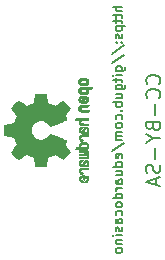
<source format=gbr>
%TF.GenerationSoftware,KiCad,Pcbnew,7.0.11*%
%TF.CreationDate,2025-07-10T10:55:19+02:00*%
%TF.ProjectId,kim-1-programmable-memory,6b696d2d-312d-4707-926f-6772616d6d61,rev?*%
%TF.SameCoordinates,Original*%
%TF.FileFunction,Legend,Bot*%
%TF.FilePolarity,Positive*%
%FSLAX46Y46*%
G04 Gerber Fmt 4.6, Leading zero omitted, Abs format (unit mm)*
G04 Created by KiCad (PCBNEW 7.0.11) date 2025-07-10 10:55:19*
%MOMM*%
%LPD*%
G01*
G04 APERTURE LIST*
%ADD10C,0.150000*%
%ADD11C,0.200000*%
%ADD12C,0.010000*%
%ADD13R,1.800000X1.800000*%
%ADD14C,1.800000*%
%ADD15C,1.600000*%
%ADD16O,1.600000X1.600000*%
%ADD17C,2.200000*%
%ADD18R,1.700000X1.700000*%
%ADD19O,1.700000X1.700000*%
%ADD20O,1.800000X1.800000*%
%ADD21O,1.500000X1.500000*%
%ADD22R,1.600000X1.600000*%
%ADD23C,2.754000*%
%ADD24C,3.820000*%
%ADD25C,5.600000*%
%ADD26C,2.000000*%
%ADD27C,4.000000*%
%ADD28R,2.200000X2.200000*%
%ADD29O,2.200000X2.200000*%
%ADD30R,2.000000X2.000000*%
%ADD31O,2.000000X2.000000*%
G04 APERTURE END LIST*
D10*
X103594295Y-81189998D02*
X102794295Y-81189998D01*
X103594295Y-81532855D02*
X103175247Y-81532855D01*
X103175247Y-81532855D02*
X103099057Y-81494760D01*
X103099057Y-81494760D02*
X103060961Y-81418569D01*
X103060961Y-81418569D02*
X103060961Y-81304283D01*
X103060961Y-81304283D02*
X103099057Y-81228093D01*
X103099057Y-81228093D02*
X103137152Y-81189998D01*
X103060961Y-81799522D02*
X103060961Y-82104284D01*
X102794295Y-81913808D02*
X103480009Y-81913808D01*
X103480009Y-81913808D02*
X103556200Y-81951903D01*
X103556200Y-81951903D02*
X103594295Y-82028093D01*
X103594295Y-82028093D02*
X103594295Y-82104284D01*
X103060961Y-82256665D02*
X103060961Y-82561427D01*
X102794295Y-82370951D02*
X103480009Y-82370951D01*
X103480009Y-82370951D02*
X103556200Y-82409046D01*
X103556200Y-82409046D02*
X103594295Y-82485236D01*
X103594295Y-82485236D02*
X103594295Y-82561427D01*
X103060961Y-82828094D02*
X103860961Y-82828094D01*
X103099057Y-82828094D02*
X103060961Y-82904284D01*
X103060961Y-82904284D02*
X103060961Y-83056665D01*
X103060961Y-83056665D02*
X103099057Y-83132856D01*
X103099057Y-83132856D02*
X103137152Y-83170951D01*
X103137152Y-83170951D02*
X103213342Y-83209046D01*
X103213342Y-83209046D02*
X103441914Y-83209046D01*
X103441914Y-83209046D02*
X103518104Y-83170951D01*
X103518104Y-83170951D02*
X103556200Y-83132856D01*
X103556200Y-83132856D02*
X103594295Y-83056665D01*
X103594295Y-83056665D02*
X103594295Y-82904284D01*
X103594295Y-82904284D02*
X103556200Y-82828094D01*
X103556200Y-83513808D02*
X103594295Y-83589999D01*
X103594295Y-83589999D02*
X103594295Y-83742380D01*
X103594295Y-83742380D02*
X103556200Y-83818570D01*
X103556200Y-83818570D02*
X103480009Y-83856666D01*
X103480009Y-83856666D02*
X103441914Y-83856666D01*
X103441914Y-83856666D02*
X103365723Y-83818570D01*
X103365723Y-83818570D02*
X103327628Y-83742380D01*
X103327628Y-83742380D02*
X103327628Y-83628094D01*
X103327628Y-83628094D02*
X103289533Y-83551904D01*
X103289533Y-83551904D02*
X103213342Y-83513808D01*
X103213342Y-83513808D02*
X103175247Y-83513808D01*
X103175247Y-83513808D02*
X103099057Y-83551904D01*
X103099057Y-83551904D02*
X103060961Y-83628094D01*
X103060961Y-83628094D02*
X103060961Y-83742380D01*
X103060961Y-83742380D02*
X103099057Y-83818570D01*
X103518104Y-84199523D02*
X103556200Y-84237618D01*
X103556200Y-84237618D02*
X103594295Y-84199523D01*
X103594295Y-84199523D02*
X103556200Y-84161427D01*
X103556200Y-84161427D02*
X103518104Y-84199523D01*
X103518104Y-84199523D02*
X103594295Y-84199523D01*
X103099057Y-84199523D02*
X103137152Y-84237618D01*
X103137152Y-84237618D02*
X103175247Y-84199523D01*
X103175247Y-84199523D02*
X103137152Y-84161427D01*
X103137152Y-84161427D02*
X103099057Y-84199523D01*
X103099057Y-84199523D02*
X103175247Y-84199523D01*
X102756200Y-85151903D02*
X103784771Y-84466189D01*
X102756200Y-85989998D02*
X103784771Y-85304284D01*
X103060961Y-86599522D02*
X103708580Y-86599522D01*
X103708580Y-86599522D02*
X103784771Y-86561427D01*
X103784771Y-86561427D02*
X103822866Y-86523331D01*
X103822866Y-86523331D02*
X103860961Y-86447141D01*
X103860961Y-86447141D02*
X103860961Y-86332855D01*
X103860961Y-86332855D02*
X103822866Y-86256665D01*
X103556200Y-86599522D02*
X103594295Y-86523331D01*
X103594295Y-86523331D02*
X103594295Y-86370950D01*
X103594295Y-86370950D02*
X103556200Y-86294760D01*
X103556200Y-86294760D02*
X103518104Y-86256665D01*
X103518104Y-86256665D02*
X103441914Y-86218569D01*
X103441914Y-86218569D02*
X103213342Y-86218569D01*
X103213342Y-86218569D02*
X103137152Y-86256665D01*
X103137152Y-86256665D02*
X103099057Y-86294760D01*
X103099057Y-86294760D02*
X103060961Y-86370950D01*
X103060961Y-86370950D02*
X103060961Y-86523331D01*
X103060961Y-86523331D02*
X103099057Y-86599522D01*
X103594295Y-86980475D02*
X103060961Y-86980475D01*
X102794295Y-86980475D02*
X102832390Y-86942379D01*
X102832390Y-86942379D02*
X102870485Y-86980475D01*
X102870485Y-86980475D02*
X102832390Y-87018570D01*
X102832390Y-87018570D02*
X102794295Y-86980475D01*
X102794295Y-86980475D02*
X102870485Y-86980475D01*
X103060961Y-87247141D02*
X103060961Y-87551903D01*
X102794295Y-87361427D02*
X103480009Y-87361427D01*
X103480009Y-87361427D02*
X103556200Y-87399522D01*
X103556200Y-87399522D02*
X103594295Y-87475712D01*
X103594295Y-87475712D02*
X103594295Y-87551903D01*
X103060961Y-88161427D02*
X103708580Y-88161427D01*
X103708580Y-88161427D02*
X103784771Y-88123332D01*
X103784771Y-88123332D02*
X103822866Y-88085236D01*
X103822866Y-88085236D02*
X103860961Y-88009046D01*
X103860961Y-88009046D02*
X103860961Y-87894760D01*
X103860961Y-87894760D02*
X103822866Y-87818570D01*
X103556200Y-88161427D02*
X103594295Y-88085236D01*
X103594295Y-88085236D02*
X103594295Y-87932855D01*
X103594295Y-87932855D02*
X103556200Y-87856665D01*
X103556200Y-87856665D02*
X103518104Y-87818570D01*
X103518104Y-87818570D02*
X103441914Y-87780474D01*
X103441914Y-87780474D02*
X103213342Y-87780474D01*
X103213342Y-87780474D02*
X103137152Y-87818570D01*
X103137152Y-87818570D02*
X103099057Y-87856665D01*
X103099057Y-87856665D02*
X103060961Y-87932855D01*
X103060961Y-87932855D02*
X103060961Y-88085236D01*
X103060961Y-88085236D02*
X103099057Y-88161427D01*
X103060961Y-88885237D02*
X103594295Y-88885237D01*
X103060961Y-88542380D02*
X103480009Y-88542380D01*
X103480009Y-88542380D02*
X103556200Y-88580475D01*
X103556200Y-88580475D02*
X103594295Y-88656665D01*
X103594295Y-88656665D02*
X103594295Y-88770951D01*
X103594295Y-88770951D02*
X103556200Y-88847142D01*
X103556200Y-88847142D02*
X103518104Y-88885237D01*
X103594295Y-89266190D02*
X102794295Y-89266190D01*
X103099057Y-89266190D02*
X103060961Y-89342380D01*
X103060961Y-89342380D02*
X103060961Y-89494761D01*
X103060961Y-89494761D02*
X103099057Y-89570952D01*
X103099057Y-89570952D02*
X103137152Y-89609047D01*
X103137152Y-89609047D02*
X103213342Y-89647142D01*
X103213342Y-89647142D02*
X103441914Y-89647142D01*
X103441914Y-89647142D02*
X103518104Y-89609047D01*
X103518104Y-89609047D02*
X103556200Y-89570952D01*
X103556200Y-89570952D02*
X103594295Y-89494761D01*
X103594295Y-89494761D02*
X103594295Y-89342380D01*
X103594295Y-89342380D02*
X103556200Y-89266190D01*
X103518104Y-89990000D02*
X103556200Y-90028095D01*
X103556200Y-90028095D02*
X103594295Y-89990000D01*
X103594295Y-89990000D02*
X103556200Y-89951904D01*
X103556200Y-89951904D02*
X103518104Y-89990000D01*
X103518104Y-89990000D02*
X103594295Y-89990000D01*
X103556200Y-90713809D02*
X103594295Y-90637618D01*
X103594295Y-90637618D02*
X103594295Y-90485237D01*
X103594295Y-90485237D02*
X103556200Y-90409047D01*
X103556200Y-90409047D02*
X103518104Y-90370952D01*
X103518104Y-90370952D02*
X103441914Y-90332856D01*
X103441914Y-90332856D02*
X103213342Y-90332856D01*
X103213342Y-90332856D02*
X103137152Y-90370952D01*
X103137152Y-90370952D02*
X103099057Y-90409047D01*
X103099057Y-90409047D02*
X103060961Y-90485237D01*
X103060961Y-90485237D02*
X103060961Y-90637618D01*
X103060961Y-90637618D02*
X103099057Y-90713809D01*
X103594295Y-91170951D02*
X103556200Y-91094761D01*
X103556200Y-91094761D02*
X103518104Y-91056666D01*
X103518104Y-91056666D02*
X103441914Y-91018570D01*
X103441914Y-91018570D02*
X103213342Y-91018570D01*
X103213342Y-91018570D02*
X103137152Y-91056666D01*
X103137152Y-91056666D02*
X103099057Y-91094761D01*
X103099057Y-91094761D02*
X103060961Y-91170951D01*
X103060961Y-91170951D02*
X103060961Y-91285237D01*
X103060961Y-91285237D02*
X103099057Y-91361428D01*
X103099057Y-91361428D02*
X103137152Y-91399523D01*
X103137152Y-91399523D02*
X103213342Y-91437618D01*
X103213342Y-91437618D02*
X103441914Y-91437618D01*
X103441914Y-91437618D02*
X103518104Y-91399523D01*
X103518104Y-91399523D02*
X103556200Y-91361428D01*
X103556200Y-91361428D02*
X103594295Y-91285237D01*
X103594295Y-91285237D02*
X103594295Y-91170951D01*
X103594295Y-91780476D02*
X103060961Y-91780476D01*
X103137152Y-91780476D02*
X103099057Y-91818571D01*
X103099057Y-91818571D02*
X103060961Y-91894761D01*
X103060961Y-91894761D02*
X103060961Y-92009047D01*
X103060961Y-92009047D02*
X103099057Y-92085238D01*
X103099057Y-92085238D02*
X103175247Y-92123333D01*
X103175247Y-92123333D02*
X103594295Y-92123333D01*
X103175247Y-92123333D02*
X103099057Y-92161428D01*
X103099057Y-92161428D02*
X103060961Y-92237619D01*
X103060961Y-92237619D02*
X103060961Y-92351904D01*
X103060961Y-92351904D02*
X103099057Y-92428095D01*
X103099057Y-92428095D02*
X103175247Y-92466190D01*
X103175247Y-92466190D02*
X103594295Y-92466190D01*
X102756200Y-93418571D02*
X103784771Y-92732857D01*
X103556200Y-93990000D02*
X103594295Y-93913809D01*
X103594295Y-93913809D02*
X103594295Y-93761428D01*
X103594295Y-93761428D02*
X103556200Y-93685238D01*
X103556200Y-93685238D02*
X103480009Y-93647142D01*
X103480009Y-93647142D02*
X103175247Y-93647142D01*
X103175247Y-93647142D02*
X103099057Y-93685238D01*
X103099057Y-93685238D02*
X103060961Y-93761428D01*
X103060961Y-93761428D02*
X103060961Y-93913809D01*
X103060961Y-93913809D02*
X103099057Y-93990000D01*
X103099057Y-93990000D02*
X103175247Y-94028095D01*
X103175247Y-94028095D02*
X103251438Y-94028095D01*
X103251438Y-94028095D02*
X103327628Y-93647142D01*
X103594295Y-94713809D02*
X102794295Y-94713809D01*
X103556200Y-94713809D02*
X103594295Y-94637618D01*
X103594295Y-94637618D02*
X103594295Y-94485237D01*
X103594295Y-94485237D02*
X103556200Y-94409047D01*
X103556200Y-94409047D02*
X103518104Y-94370952D01*
X103518104Y-94370952D02*
X103441914Y-94332856D01*
X103441914Y-94332856D02*
X103213342Y-94332856D01*
X103213342Y-94332856D02*
X103137152Y-94370952D01*
X103137152Y-94370952D02*
X103099057Y-94409047D01*
X103099057Y-94409047D02*
X103060961Y-94485237D01*
X103060961Y-94485237D02*
X103060961Y-94637618D01*
X103060961Y-94637618D02*
X103099057Y-94713809D01*
X103060961Y-95437619D02*
X103594295Y-95437619D01*
X103060961Y-95094762D02*
X103480009Y-95094762D01*
X103480009Y-95094762D02*
X103556200Y-95132857D01*
X103556200Y-95132857D02*
X103594295Y-95209047D01*
X103594295Y-95209047D02*
X103594295Y-95323333D01*
X103594295Y-95323333D02*
X103556200Y-95399524D01*
X103556200Y-95399524D02*
X103518104Y-95437619D01*
X103594295Y-96161429D02*
X103175247Y-96161429D01*
X103175247Y-96161429D02*
X103099057Y-96123334D01*
X103099057Y-96123334D02*
X103060961Y-96047143D01*
X103060961Y-96047143D02*
X103060961Y-95894762D01*
X103060961Y-95894762D02*
X103099057Y-95818572D01*
X103556200Y-96161429D02*
X103594295Y-96085238D01*
X103594295Y-96085238D02*
X103594295Y-95894762D01*
X103594295Y-95894762D02*
X103556200Y-95818572D01*
X103556200Y-95818572D02*
X103480009Y-95780476D01*
X103480009Y-95780476D02*
X103403819Y-95780476D01*
X103403819Y-95780476D02*
X103327628Y-95818572D01*
X103327628Y-95818572D02*
X103289533Y-95894762D01*
X103289533Y-95894762D02*
X103289533Y-96085238D01*
X103289533Y-96085238D02*
X103251438Y-96161429D01*
X103594295Y-96542382D02*
X103060961Y-96542382D01*
X103213342Y-96542382D02*
X103137152Y-96580477D01*
X103137152Y-96580477D02*
X103099057Y-96618572D01*
X103099057Y-96618572D02*
X103060961Y-96694763D01*
X103060961Y-96694763D02*
X103060961Y-96770953D01*
X103594295Y-97380477D02*
X102794295Y-97380477D01*
X103556200Y-97380477D02*
X103594295Y-97304286D01*
X103594295Y-97304286D02*
X103594295Y-97151905D01*
X103594295Y-97151905D02*
X103556200Y-97075715D01*
X103556200Y-97075715D02*
X103518104Y-97037620D01*
X103518104Y-97037620D02*
X103441914Y-96999524D01*
X103441914Y-96999524D02*
X103213342Y-96999524D01*
X103213342Y-96999524D02*
X103137152Y-97037620D01*
X103137152Y-97037620D02*
X103099057Y-97075715D01*
X103099057Y-97075715D02*
X103060961Y-97151905D01*
X103060961Y-97151905D02*
X103060961Y-97304286D01*
X103060961Y-97304286D02*
X103099057Y-97380477D01*
X103594295Y-97875715D02*
X103556200Y-97799525D01*
X103556200Y-97799525D02*
X103518104Y-97761430D01*
X103518104Y-97761430D02*
X103441914Y-97723334D01*
X103441914Y-97723334D02*
X103213342Y-97723334D01*
X103213342Y-97723334D02*
X103137152Y-97761430D01*
X103137152Y-97761430D02*
X103099057Y-97799525D01*
X103099057Y-97799525D02*
X103060961Y-97875715D01*
X103060961Y-97875715D02*
X103060961Y-97990001D01*
X103060961Y-97990001D02*
X103099057Y-98066192D01*
X103099057Y-98066192D02*
X103137152Y-98104287D01*
X103137152Y-98104287D02*
X103213342Y-98142382D01*
X103213342Y-98142382D02*
X103441914Y-98142382D01*
X103441914Y-98142382D02*
X103518104Y-98104287D01*
X103518104Y-98104287D02*
X103556200Y-98066192D01*
X103556200Y-98066192D02*
X103594295Y-97990001D01*
X103594295Y-97990001D02*
X103594295Y-97875715D01*
X103556200Y-98828097D02*
X103594295Y-98751906D01*
X103594295Y-98751906D02*
X103594295Y-98599525D01*
X103594295Y-98599525D02*
X103556200Y-98523335D01*
X103556200Y-98523335D02*
X103518104Y-98485240D01*
X103518104Y-98485240D02*
X103441914Y-98447144D01*
X103441914Y-98447144D02*
X103213342Y-98447144D01*
X103213342Y-98447144D02*
X103137152Y-98485240D01*
X103137152Y-98485240D02*
X103099057Y-98523335D01*
X103099057Y-98523335D02*
X103060961Y-98599525D01*
X103060961Y-98599525D02*
X103060961Y-98751906D01*
X103060961Y-98751906D02*
X103099057Y-98828097D01*
X103594295Y-99513811D02*
X103175247Y-99513811D01*
X103175247Y-99513811D02*
X103099057Y-99475716D01*
X103099057Y-99475716D02*
X103060961Y-99399525D01*
X103060961Y-99399525D02*
X103060961Y-99247144D01*
X103060961Y-99247144D02*
X103099057Y-99170954D01*
X103556200Y-99513811D02*
X103594295Y-99437620D01*
X103594295Y-99437620D02*
X103594295Y-99247144D01*
X103594295Y-99247144D02*
X103556200Y-99170954D01*
X103556200Y-99170954D02*
X103480009Y-99132858D01*
X103480009Y-99132858D02*
X103403819Y-99132858D01*
X103403819Y-99132858D02*
X103327628Y-99170954D01*
X103327628Y-99170954D02*
X103289533Y-99247144D01*
X103289533Y-99247144D02*
X103289533Y-99437620D01*
X103289533Y-99437620D02*
X103251438Y-99513811D01*
X103556200Y-99856668D02*
X103594295Y-99932859D01*
X103594295Y-99932859D02*
X103594295Y-100085240D01*
X103594295Y-100085240D02*
X103556200Y-100161430D01*
X103556200Y-100161430D02*
X103480009Y-100199526D01*
X103480009Y-100199526D02*
X103441914Y-100199526D01*
X103441914Y-100199526D02*
X103365723Y-100161430D01*
X103365723Y-100161430D02*
X103327628Y-100085240D01*
X103327628Y-100085240D02*
X103327628Y-99970954D01*
X103327628Y-99970954D02*
X103289533Y-99894764D01*
X103289533Y-99894764D02*
X103213342Y-99856668D01*
X103213342Y-99856668D02*
X103175247Y-99856668D01*
X103175247Y-99856668D02*
X103099057Y-99894764D01*
X103099057Y-99894764D02*
X103060961Y-99970954D01*
X103060961Y-99970954D02*
X103060961Y-100085240D01*
X103060961Y-100085240D02*
X103099057Y-100161430D01*
X103594295Y-100542383D02*
X103060961Y-100542383D01*
X102794295Y-100542383D02*
X102832390Y-100504287D01*
X102832390Y-100504287D02*
X102870485Y-100542383D01*
X102870485Y-100542383D02*
X102832390Y-100580478D01*
X102832390Y-100580478D02*
X102794295Y-100542383D01*
X102794295Y-100542383D02*
X102870485Y-100542383D01*
X103060961Y-100923335D02*
X103594295Y-100923335D01*
X103137152Y-100923335D02*
X103099057Y-100961430D01*
X103099057Y-100961430D02*
X103060961Y-101037620D01*
X103060961Y-101037620D02*
X103060961Y-101151906D01*
X103060961Y-101151906D02*
X103099057Y-101228097D01*
X103099057Y-101228097D02*
X103175247Y-101266192D01*
X103175247Y-101266192D02*
X103594295Y-101266192D01*
X103594295Y-101761430D02*
X103556200Y-101685240D01*
X103556200Y-101685240D02*
X103518104Y-101647145D01*
X103518104Y-101647145D02*
X103441914Y-101609049D01*
X103441914Y-101609049D02*
X103213342Y-101609049D01*
X103213342Y-101609049D02*
X103137152Y-101647145D01*
X103137152Y-101647145D02*
X103099057Y-101685240D01*
X103099057Y-101685240D02*
X103060961Y-101761430D01*
X103060961Y-101761430D02*
X103060961Y-101875716D01*
X103060961Y-101875716D02*
X103099057Y-101951907D01*
X103099057Y-101951907D02*
X103137152Y-101990002D01*
X103137152Y-101990002D02*
X103213342Y-102028097D01*
X103213342Y-102028097D02*
X103441914Y-102028097D01*
X103441914Y-102028097D02*
X103518104Y-101990002D01*
X103518104Y-101990002D02*
X103556200Y-101951907D01*
X103556200Y-101951907D02*
X103594295Y-101875716D01*
X103594295Y-101875716D02*
X103594295Y-101761430D01*
D11*
X106718457Y-87705715D02*
X106775600Y-87648572D01*
X106775600Y-87648572D02*
X106832742Y-87477144D01*
X106832742Y-87477144D02*
X106832742Y-87362858D01*
X106832742Y-87362858D02*
X106775600Y-87191429D01*
X106775600Y-87191429D02*
X106661314Y-87077144D01*
X106661314Y-87077144D02*
X106547028Y-87020001D01*
X106547028Y-87020001D02*
X106318457Y-86962858D01*
X106318457Y-86962858D02*
X106147028Y-86962858D01*
X106147028Y-86962858D02*
X105918457Y-87020001D01*
X105918457Y-87020001D02*
X105804171Y-87077144D01*
X105804171Y-87077144D02*
X105689885Y-87191429D01*
X105689885Y-87191429D02*
X105632742Y-87362858D01*
X105632742Y-87362858D02*
X105632742Y-87477144D01*
X105632742Y-87477144D02*
X105689885Y-87648572D01*
X105689885Y-87648572D02*
X105747028Y-87705715D01*
X106718457Y-88905715D02*
X106775600Y-88848572D01*
X106775600Y-88848572D02*
X106832742Y-88677144D01*
X106832742Y-88677144D02*
X106832742Y-88562858D01*
X106832742Y-88562858D02*
X106775600Y-88391429D01*
X106775600Y-88391429D02*
X106661314Y-88277144D01*
X106661314Y-88277144D02*
X106547028Y-88220001D01*
X106547028Y-88220001D02*
X106318457Y-88162858D01*
X106318457Y-88162858D02*
X106147028Y-88162858D01*
X106147028Y-88162858D02*
X105918457Y-88220001D01*
X105918457Y-88220001D02*
X105804171Y-88277144D01*
X105804171Y-88277144D02*
X105689885Y-88391429D01*
X105689885Y-88391429D02*
X105632742Y-88562858D01*
X105632742Y-88562858D02*
X105632742Y-88677144D01*
X105632742Y-88677144D02*
X105689885Y-88848572D01*
X105689885Y-88848572D02*
X105747028Y-88905715D01*
X106375600Y-89420001D02*
X106375600Y-90334287D01*
X106204171Y-91305715D02*
X106261314Y-91477143D01*
X106261314Y-91477143D02*
X106318457Y-91534286D01*
X106318457Y-91534286D02*
X106432742Y-91591429D01*
X106432742Y-91591429D02*
X106604171Y-91591429D01*
X106604171Y-91591429D02*
X106718457Y-91534286D01*
X106718457Y-91534286D02*
X106775600Y-91477143D01*
X106775600Y-91477143D02*
X106832742Y-91362858D01*
X106832742Y-91362858D02*
X106832742Y-90905715D01*
X106832742Y-90905715D02*
X105632742Y-90905715D01*
X105632742Y-90905715D02*
X105632742Y-91305715D01*
X105632742Y-91305715D02*
X105689885Y-91420001D01*
X105689885Y-91420001D02*
X105747028Y-91477143D01*
X105747028Y-91477143D02*
X105861314Y-91534286D01*
X105861314Y-91534286D02*
X105975600Y-91534286D01*
X105975600Y-91534286D02*
X106089885Y-91477143D01*
X106089885Y-91477143D02*
X106147028Y-91420001D01*
X106147028Y-91420001D02*
X106204171Y-91305715D01*
X106204171Y-91305715D02*
X106204171Y-90905715D01*
X106261314Y-92334286D02*
X106832742Y-92334286D01*
X105632742Y-91934286D02*
X106261314Y-92334286D01*
X106261314Y-92334286D02*
X105632742Y-92734286D01*
X106375600Y-93134286D02*
X106375600Y-94048572D01*
X106775600Y-94562857D02*
X106832742Y-94734286D01*
X106832742Y-94734286D02*
X106832742Y-95020000D01*
X106832742Y-95020000D02*
X106775600Y-95134286D01*
X106775600Y-95134286D02*
X106718457Y-95191428D01*
X106718457Y-95191428D02*
X106604171Y-95248571D01*
X106604171Y-95248571D02*
X106489885Y-95248571D01*
X106489885Y-95248571D02*
X106375600Y-95191428D01*
X106375600Y-95191428D02*
X106318457Y-95134286D01*
X106318457Y-95134286D02*
X106261314Y-95020000D01*
X106261314Y-95020000D02*
X106204171Y-94791428D01*
X106204171Y-94791428D02*
X106147028Y-94677143D01*
X106147028Y-94677143D02*
X106089885Y-94620000D01*
X106089885Y-94620000D02*
X105975600Y-94562857D01*
X105975600Y-94562857D02*
X105861314Y-94562857D01*
X105861314Y-94562857D02*
X105747028Y-94620000D01*
X105747028Y-94620000D02*
X105689885Y-94677143D01*
X105689885Y-94677143D02*
X105632742Y-94791428D01*
X105632742Y-94791428D02*
X105632742Y-95077143D01*
X105632742Y-95077143D02*
X105689885Y-95248571D01*
X106489885Y-95705714D02*
X106489885Y-96277143D01*
X106832742Y-95591428D02*
X105632742Y-95991428D01*
X105632742Y-95991428D02*
X106832742Y-96391428D01*
%TO.C,REF\u002A\u002A*%
D12*
X100515805Y-94804997D02*
X100612308Y-94806140D01*
X100689323Y-94808081D01*
X100740319Y-94810635D01*
X100758769Y-94813619D01*
X100752667Y-94833038D01*
X100736095Y-94872234D01*
X100735558Y-94873411D01*
X100724903Y-94893765D01*
X100710282Y-94907454D01*
X100684673Y-94915801D01*
X100641054Y-94920126D01*
X100572403Y-94921752D01*
X100471698Y-94922000D01*
X100407813Y-94922500D01*
X100287751Y-94927836D01*
X100199809Y-94940055D01*
X100139375Y-94960448D01*
X100101836Y-94990305D01*
X100082581Y-95030918D01*
X100081239Y-95036552D01*
X100080191Y-95112622D01*
X100114271Y-95171948D01*
X100182598Y-95212923D01*
X100202351Y-95220230D01*
X100246066Y-95236886D01*
X100266155Y-95245321D01*
X100263387Y-95262644D01*
X100248365Y-95300475D01*
X100223556Y-95335760D01*
X100176670Y-95351846D01*
X100143087Y-95347048D01*
X100074967Y-95317569D01*
X100011134Y-95269902D01*
X99966988Y-95214161D01*
X99956782Y-95190807D01*
X99939718Y-95102381D01*
X99946476Y-95008499D01*
X99976440Y-94927833D01*
X99998954Y-94894286D01*
X100031212Y-94860313D01*
X100072246Y-94836081D01*
X100128108Y-94819999D01*
X100204851Y-94810479D01*
X100308525Y-94805932D01*
X100445184Y-94804769D01*
X100515805Y-94804997D01*
G36*
X100515805Y-94804997D02*
G01*
X100612308Y-94806140D01*
X100689323Y-94808081D01*
X100740319Y-94810635D01*
X100758769Y-94813619D01*
X100752667Y-94833038D01*
X100736095Y-94872234D01*
X100735558Y-94873411D01*
X100724903Y-94893765D01*
X100710282Y-94907454D01*
X100684673Y-94915801D01*
X100641054Y-94920126D01*
X100572403Y-94921752D01*
X100471698Y-94922000D01*
X100407813Y-94922500D01*
X100287751Y-94927836D01*
X100199809Y-94940055D01*
X100139375Y-94960448D01*
X100101836Y-94990305D01*
X100082581Y-95030918D01*
X100081239Y-95036552D01*
X100080191Y-95112622D01*
X100114271Y-95171948D01*
X100182598Y-95212923D01*
X100202351Y-95220230D01*
X100246066Y-95236886D01*
X100266155Y-95245321D01*
X100263387Y-95262644D01*
X100248365Y-95300475D01*
X100223556Y-95335760D01*
X100176670Y-95351846D01*
X100143087Y-95347048D01*
X100074967Y-95317569D01*
X100011134Y-95269902D01*
X99966988Y-95214161D01*
X99956782Y-95190807D01*
X99939718Y-95102381D01*
X99946476Y-95008499D01*
X99976440Y-94927833D01*
X99998954Y-94894286D01*
X100031212Y-94860313D01*
X100072246Y-94836081D01*
X100128108Y-94819999D01*
X100204851Y-94810479D01*
X100308525Y-94805932D01*
X100445184Y-94804769D01*
X100515805Y-94804997D01*
G37*
X100758738Y-89519697D02*
X100740787Y-89566754D01*
X100723511Y-89601985D01*
X100701242Y-89624983D01*
X100667165Y-89638345D01*
X100614463Y-89644672D01*
X100536323Y-89646563D01*
X100425928Y-89646615D01*
X100337935Y-89646883D01*
X100253502Y-89648479D01*
X100195834Y-89652288D01*
X100157988Y-89659180D01*
X100133024Y-89670025D01*
X100114000Y-89685692D01*
X100087153Y-89724208D01*
X100077034Y-89788909D01*
X100102606Y-89852919D01*
X100105880Y-89857144D01*
X100121007Y-89870311D01*
X100145268Y-89880025D01*
X100184650Y-89887097D01*
X100245141Y-89892344D01*
X100332729Y-89896579D01*
X100453402Y-89900615D01*
X100776515Y-89910385D01*
X100702065Y-90076461D01*
X100407062Y-90076461D01*
X100326919Y-90076117D01*
X100215431Y-90073153D01*
X100132421Y-90065649D01*
X100071199Y-90051810D01*
X100025075Y-90029845D01*
X99987358Y-89997961D01*
X99951358Y-89954367D01*
X99915089Y-89891664D01*
X99891412Y-89792883D01*
X99901684Y-89693628D01*
X99944569Y-89602371D01*
X100018729Y-89527584D01*
X100041944Y-89512083D01*
X100068256Y-89499226D01*
X100101420Y-89490107D01*
X100147881Y-89483898D01*
X100214082Y-89479767D01*
X100306468Y-89476884D01*
X100431485Y-89474421D01*
X100778278Y-89468303D01*
X100758738Y-89519697D01*
G36*
X100758738Y-89519697D02*
G01*
X100740787Y-89566754D01*
X100723511Y-89601985D01*
X100701242Y-89624983D01*
X100667165Y-89638345D01*
X100614463Y-89644672D01*
X100536323Y-89646563D01*
X100425928Y-89646615D01*
X100337935Y-89646883D01*
X100253502Y-89648479D01*
X100195834Y-89652288D01*
X100157988Y-89659180D01*
X100133024Y-89670025D01*
X100114000Y-89685692D01*
X100087153Y-89724208D01*
X100077034Y-89788909D01*
X100102606Y-89852919D01*
X100105880Y-89857144D01*
X100121007Y-89870311D01*
X100145268Y-89880025D01*
X100184650Y-89887097D01*
X100245141Y-89892344D01*
X100332729Y-89896579D01*
X100453402Y-89900615D01*
X100776515Y-89910385D01*
X100702065Y-90076461D01*
X100407062Y-90076461D01*
X100326919Y-90076117D01*
X100215431Y-90073153D01*
X100132421Y-90065649D01*
X100071199Y-90051810D01*
X100025075Y-90029845D01*
X99987358Y-89997961D01*
X99951358Y-89954367D01*
X99915089Y-89891664D01*
X99891412Y-89792883D01*
X99901684Y-89693628D01*
X99944569Y-89602371D01*
X100018729Y-89527584D01*
X100041944Y-89512083D01*
X100068256Y-89499226D01*
X100101420Y-89490107D01*
X100147881Y-89483898D01*
X100214082Y-89479767D01*
X100306468Y-89476884D01*
X100431485Y-89474421D01*
X100778278Y-89468303D01*
X100758738Y-89519697D01*
G37*
X100685296Y-91994239D02*
X100740507Y-91999395D01*
X100758769Y-92007842D01*
X100753301Y-92033406D01*
X100736733Y-92076834D01*
X100731888Y-92087060D01*
X100720920Y-92103033D01*
X100702890Y-92114046D01*
X100671396Y-92121250D01*
X100620036Y-92125792D01*
X100542410Y-92128820D01*
X100432115Y-92131484D01*
X100399875Y-92132215D01*
X100298050Y-92135035D01*
X100226788Y-92138696D01*
X100179332Y-92144306D01*
X100148925Y-92152971D01*
X100128810Y-92165798D01*
X100112229Y-92183895D01*
X100083161Y-92237475D01*
X100077564Y-92303388D01*
X100099807Y-92362365D01*
X100145859Y-92404797D01*
X100211692Y-92421077D01*
X100229587Y-92421530D01*
X100261982Y-92430422D01*
X100266925Y-92456675D01*
X100247633Y-92508081D01*
X100241446Y-92519987D01*
X100205058Y-92552165D01*
X100150954Y-92552802D01*
X100076128Y-92522144D01*
X100035350Y-92494022D01*
X99977421Y-92422117D01*
X99944670Y-92333362D01*
X99940212Y-92238458D01*
X99967167Y-92148108D01*
X99970581Y-92141940D01*
X100009692Y-92091553D01*
X100059975Y-92046502D01*
X100071339Y-92038645D01*
X100097860Y-92023624D01*
X100129336Y-92012893D01*
X100172591Y-92005514D01*
X100234449Y-92000548D01*
X100321733Y-91997058D01*
X100441269Y-91994107D01*
X100461478Y-91993689D01*
X100592499Y-91992346D01*
X100685296Y-91994239D01*
G36*
X100685296Y-91994239D02*
G01*
X100740507Y-91999395D01*
X100758769Y-92007842D01*
X100753301Y-92033406D01*
X100736733Y-92076834D01*
X100731888Y-92087060D01*
X100720920Y-92103033D01*
X100702890Y-92114046D01*
X100671396Y-92121250D01*
X100620036Y-92125792D01*
X100542410Y-92128820D01*
X100432115Y-92131484D01*
X100399875Y-92132215D01*
X100298050Y-92135035D01*
X100226788Y-92138696D01*
X100179332Y-92144306D01*
X100148925Y-92152971D01*
X100128810Y-92165798D01*
X100112229Y-92183895D01*
X100083161Y-92237475D01*
X100077564Y-92303388D01*
X100099807Y-92362365D01*
X100145859Y-92404797D01*
X100211692Y-92421077D01*
X100229587Y-92421530D01*
X100261982Y-92430422D01*
X100266925Y-92456675D01*
X100247633Y-92508081D01*
X100241446Y-92519987D01*
X100205058Y-92552165D01*
X100150954Y-92552802D01*
X100076128Y-92522144D01*
X100035350Y-92494022D01*
X99977421Y-92422117D01*
X99944670Y-92333362D01*
X99940212Y-92238458D01*
X99967167Y-92148108D01*
X99970581Y-92141940D01*
X100009692Y-92091553D01*
X100059975Y-92046502D01*
X100071339Y-92038645D01*
X100097860Y-92023624D01*
X100129336Y-92012893D01*
X100172591Y-92005514D01*
X100234449Y-92000548D01*
X100321733Y-91997058D01*
X100441269Y-91994107D01*
X100461478Y-91993689D01*
X100592499Y-91992346D01*
X100685296Y-91994239D01*
G37*
X100375094Y-90643340D02*
X100499805Y-90644042D01*
X100605557Y-90645117D01*
X100687322Y-90646500D01*
X100740069Y-90648126D01*
X100758769Y-90649930D01*
X100758706Y-90650636D01*
X100751912Y-90674613D01*
X100737320Y-90718315D01*
X100715870Y-90779846D01*
X100440617Y-90779846D01*
X100332466Y-90780237D01*
X100254026Y-90782054D01*
X100200647Y-90786233D01*
X100165256Y-90793714D01*
X100140779Y-90805433D01*
X100120144Y-90822329D01*
X100109170Y-90833848D01*
X100078775Y-90896136D01*
X100081466Y-90964789D01*
X100117406Y-91027702D01*
X100126325Y-91036861D01*
X100144844Y-91051529D01*
X100169326Y-91061567D01*
X100206393Y-91067849D01*
X100262667Y-91071252D01*
X100344771Y-91072651D01*
X100459329Y-91072923D01*
X100517430Y-91073053D01*
X100612993Y-91073901D01*
X100689526Y-91075406D01*
X100740345Y-91077415D01*
X100758769Y-91079777D01*
X100758706Y-91080482D01*
X100751912Y-91104459D01*
X100737320Y-91148161D01*
X100715870Y-91209692D01*
X100439358Y-91209662D01*
X100414742Y-91209616D01*
X100286419Y-91207030D01*
X100189384Y-91199087D01*
X100117057Y-91183845D01*
X100062855Y-91159364D01*
X100020198Y-91123702D01*
X99982505Y-91074918D01*
X99958910Y-91027339D01*
X99940672Y-90951268D01*
X99939636Y-90876444D01*
X99957378Y-90818923D01*
X99959829Y-90814598D01*
X99959566Y-90801262D01*
X99939039Y-90792149D01*
X99891980Y-90785572D01*
X99812120Y-90779846D01*
X99648236Y-90770077D01*
X99701806Y-90643077D01*
X100236455Y-90643077D01*
X100375094Y-90643340D01*
G36*
X100375094Y-90643340D02*
G01*
X100499805Y-90644042D01*
X100605557Y-90645117D01*
X100687322Y-90646500D01*
X100740069Y-90648126D01*
X100758769Y-90649930D01*
X100758706Y-90650636D01*
X100751912Y-90674613D01*
X100737320Y-90718315D01*
X100715870Y-90779846D01*
X100440617Y-90779846D01*
X100332466Y-90780237D01*
X100254026Y-90782054D01*
X100200647Y-90786233D01*
X100165256Y-90793714D01*
X100140779Y-90805433D01*
X100120144Y-90822329D01*
X100109170Y-90833848D01*
X100078775Y-90896136D01*
X100081466Y-90964789D01*
X100117406Y-91027702D01*
X100126325Y-91036861D01*
X100144844Y-91051529D01*
X100169326Y-91061567D01*
X100206393Y-91067849D01*
X100262667Y-91071252D01*
X100344771Y-91072651D01*
X100459329Y-91072923D01*
X100517430Y-91073053D01*
X100612993Y-91073901D01*
X100689526Y-91075406D01*
X100740345Y-91077415D01*
X100758769Y-91079777D01*
X100758706Y-91080482D01*
X100751912Y-91104459D01*
X100737320Y-91148161D01*
X100715870Y-91209692D01*
X100439358Y-91209662D01*
X100414742Y-91209616D01*
X100286419Y-91207030D01*
X100189384Y-91199087D01*
X100117057Y-91183845D01*
X100062855Y-91159364D01*
X100020198Y-91123702D01*
X99982505Y-91074918D01*
X99958910Y-91027339D01*
X99940672Y-90951268D01*
X99939636Y-90876444D01*
X99957378Y-90818923D01*
X99959829Y-90814598D01*
X99959566Y-90801262D01*
X99939039Y-90792149D01*
X99891980Y-90785572D01*
X99812120Y-90779846D01*
X99648236Y-90770077D01*
X99701806Y-90643077D01*
X100236455Y-90643077D01*
X100375094Y-90643340D01*
G37*
X100700363Y-93401215D02*
X100714228Y-93415338D01*
X100745046Y-93454464D01*
X100755028Y-93493922D01*
X100750433Y-93552638D01*
X100747462Y-93576544D01*
X100741176Y-93638199D01*
X100738672Y-93681308D01*
X100739055Y-93694095D01*
X100743200Y-93746554D01*
X100750433Y-93809978D01*
X100752918Y-93830270D01*
X100753895Y-93881390D01*
X100738462Y-93918793D01*
X100700363Y-93961401D01*
X100638533Y-94023231D01*
X100288343Y-94023231D01*
X100184857Y-94022749D01*
X100086192Y-94021247D01*
X100008068Y-94018911D01*
X99956662Y-94015929D01*
X99938154Y-94012491D01*
X99938204Y-94011770D01*
X99947413Y-93986797D01*
X99967707Y-93944601D01*
X99997261Y-93887451D01*
X100304746Y-93882072D01*
X100612231Y-93876692D01*
X100612231Y-93759461D01*
X100275192Y-93754115D01*
X100183574Y-93752421D01*
X100085649Y-93749995D01*
X100007906Y-93747366D01*
X99956642Y-93744754D01*
X99938154Y-93742377D01*
X99938219Y-93741694D01*
X99945020Y-93718004D01*
X99959604Y-93674454D01*
X99981054Y-93612923D01*
X100277104Y-93612624D01*
X100328532Y-93612324D01*
X100428466Y-93610246D01*
X100511925Y-93606530D01*
X100571377Y-93601570D01*
X100599287Y-93595760D01*
X100614214Y-93574976D01*
X100618825Y-93532560D01*
X100612231Y-93485923D01*
X100275192Y-93480577D01*
X100189546Y-93478664D01*
X100088172Y-93474697D01*
X100008655Y-93469509D01*
X99956736Y-93463501D01*
X99938154Y-93457073D01*
X99944034Y-93432002D01*
X99960829Y-93389150D01*
X99983503Y-93339385D01*
X100638533Y-93339385D01*
X100700363Y-93401215D01*
G36*
X100700363Y-93401215D02*
G01*
X100714228Y-93415338D01*
X100745046Y-93454464D01*
X100755028Y-93493922D01*
X100750433Y-93552638D01*
X100747462Y-93576544D01*
X100741176Y-93638199D01*
X100738672Y-93681308D01*
X100739055Y-93694095D01*
X100743200Y-93746554D01*
X100750433Y-93809978D01*
X100752918Y-93830270D01*
X100753895Y-93881390D01*
X100738462Y-93918793D01*
X100700363Y-93961401D01*
X100638533Y-94023231D01*
X100288343Y-94023231D01*
X100184857Y-94022749D01*
X100086192Y-94021247D01*
X100008068Y-94018911D01*
X99956662Y-94015929D01*
X99938154Y-94012491D01*
X99938204Y-94011770D01*
X99947413Y-93986797D01*
X99967707Y-93944601D01*
X99997261Y-93887451D01*
X100304746Y-93882072D01*
X100612231Y-93876692D01*
X100612231Y-93759461D01*
X100275192Y-93754115D01*
X100183574Y-93752421D01*
X100085649Y-93749995D01*
X100007906Y-93747366D01*
X99956642Y-93744754D01*
X99938154Y-93742377D01*
X99938219Y-93741694D01*
X99945020Y-93718004D01*
X99959604Y-93674454D01*
X99981054Y-93612923D01*
X100277104Y-93612624D01*
X100328532Y-93612324D01*
X100428466Y-93610246D01*
X100511925Y-93606530D01*
X100571377Y-93601570D01*
X100599287Y-93595760D01*
X100614214Y-93574976D01*
X100618825Y-93532560D01*
X100612231Y-93485923D01*
X100275192Y-93480577D01*
X100189546Y-93478664D01*
X100088172Y-93474697D01*
X100008655Y-93469509D01*
X99956736Y-93463501D01*
X99938154Y-93457073D01*
X99944034Y-93432002D01*
X99960829Y-93389150D01*
X99983503Y-93339385D01*
X100638533Y-93339385D01*
X100700363Y-93401215D01*
G37*
X100350105Y-87223865D02*
X100444584Y-87224924D01*
X100510414Y-87228564D01*
X100556394Y-87236108D01*
X100591321Y-87248878D01*
X100623995Y-87268197D01*
X100630775Y-87272950D01*
X100684231Y-87323241D01*
X100724547Y-87380543D01*
X100737629Y-87409968D01*
X100759450Y-87515701D01*
X100745336Y-87620266D01*
X100697105Y-87716632D01*
X100616579Y-87797765D01*
X100605791Y-87804615D01*
X100543153Y-87826903D01*
X100455935Y-87841921D01*
X100355210Y-87849208D01*
X100252052Y-87848301D01*
X100157533Y-87838738D01*
X100082727Y-87820057D01*
X100032905Y-87796049D01*
X99955409Y-87728464D01*
X99907256Y-87636886D01*
X99891727Y-87531720D01*
X100074923Y-87531720D01*
X100076432Y-87549984D01*
X100104107Y-87601152D01*
X100166172Y-87634965D01*
X100262037Y-87651204D01*
X100391114Y-87649651D01*
X100399420Y-87649026D01*
X100470643Y-87639923D01*
X100515809Y-87623712D01*
X100546752Y-87596340D01*
X100575737Y-87550447D01*
X100577261Y-87505058D01*
X100543846Y-87458308D01*
X100535053Y-87450176D01*
X100508741Y-87434246D01*
X100470520Y-87424841D01*
X100411349Y-87420368D01*
X100322182Y-87419231D01*
X100238664Y-87421178D01*
X100159095Y-87430895D01*
X100108808Y-87450953D01*
X100082513Y-87483760D01*
X100074923Y-87531720D01*
X99891727Y-87531720D01*
X99890703Y-87524787D01*
X99891599Y-87494849D01*
X99909929Y-87406685D01*
X99956104Y-87334267D01*
X100035648Y-87267808D01*
X100041548Y-87263853D01*
X100073288Y-87245960D01*
X100109163Y-87234322D01*
X100157906Y-87227629D01*
X100228249Y-87224574D01*
X100322182Y-87223894D01*
X100328923Y-87223846D01*
X100350105Y-87223865D01*
G36*
X100350105Y-87223865D02*
G01*
X100444584Y-87224924D01*
X100510414Y-87228564D01*
X100556394Y-87236108D01*
X100591321Y-87248878D01*
X100623995Y-87268197D01*
X100630775Y-87272950D01*
X100684231Y-87323241D01*
X100724547Y-87380543D01*
X100737629Y-87409968D01*
X100759450Y-87515701D01*
X100745336Y-87620266D01*
X100697105Y-87716632D01*
X100616579Y-87797765D01*
X100605791Y-87804615D01*
X100543153Y-87826903D01*
X100455935Y-87841921D01*
X100355210Y-87849208D01*
X100252052Y-87848301D01*
X100157533Y-87838738D01*
X100082727Y-87820057D01*
X100032905Y-87796049D01*
X99955409Y-87728464D01*
X99907256Y-87636886D01*
X99891727Y-87531720D01*
X100074923Y-87531720D01*
X100076432Y-87549984D01*
X100104107Y-87601152D01*
X100166172Y-87634965D01*
X100262037Y-87651204D01*
X100391114Y-87649651D01*
X100399420Y-87649026D01*
X100470643Y-87639923D01*
X100515809Y-87623712D01*
X100546752Y-87596340D01*
X100575737Y-87550447D01*
X100577261Y-87505058D01*
X100543846Y-87458308D01*
X100535053Y-87450176D01*
X100508741Y-87434246D01*
X100470520Y-87424841D01*
X100411349Y-87420368D01*
X100322182Y-87419231D01*
X100238664Y-87421178D01*
X100159095Y-87430895D01*
X100108808Y-87450953D01*
X100082513Y-87483760D01*
X100074923Y-87531720D01*
X99891727Y-87531720D01*
X99890703Y-87524787D01*
X99891599Y-87494849D01*
X99909929Y-87406685D01*
X99956104Y-87334267D01*
X100035648Y-87267808D01*
X100041548Y-87263853D01*
X100073288Y-87245960D01*
X100109163Y-87234322D01*
X100157906Y-87227629D01*
X100228249Y-87224574D01*
X100322182Y-87223894D01*
X100328923Y-87223846D01*
X100350105Y-87223865D01*
G37*
X100404449Y-95469587D02*
X100507047Y-95474359D01*
X100582126Y-95486850D01*
X100637748Y-95509879D01*
X100681975Y-95546268D01*
X100722869Y-95598838D01*
X100741466Y-95632286D01*
X100753991Y-95685902D01*
X100753003Y-95761220D01*
X100749035Y-95803328D01*
X100736920Y-95854121D01*
X100710585Y-95894720D01*
X100661514Y-95941951D01*
X100654346Y-95948262D01*
X100599189Y-95990723D01*
X100551150Y-96010982D01*
X100494184Y-96016154D01*
X100410471Y-96016154D01*
X100432552Y-95957654D01*
X100458364Y-95915006D01*
X100518928Y-95877936D01*
X100538320Y-95870197D01*
X100593235Y-95826926D01*
X100620879Y-95768024D01*
X100618393Y-95703889D01*
X100582923Y-95644923D01*
X100560805Y-95624658D01*
X100527436Y-95606280D01*
X100497117Y-95612029D01*
X100465913Y-95645113D01*
X100429887Y-95708739D01*
X100385103Y-95806115D01*
X100297445Y-96006385D01*
X100210607Y-96011699D01*
X100145663Y-96009353D01*
X100063590Y-95979814D01*
X100018361Y-95942528D01*
X99967838Y-95865224D01*
X99942316Y-95773522D01*
X99942490Y-95765360D01*
X100074721Y-95765360D01*
X100105339Y-95835960D01*
X100120648Y-95855526D01*
X100155296Y-95879217D01*
X100189538Y-95869312D01*
X100226096Y-95824244D01*
X100267692Y-95742443D01*
X100273718Y-95728908D01*
X100301753Y-95664182D01*
X100321472Y-95615753D01*
X100328923Y-95593249D01*
X100323438Y-95589839D01*
X100289948Y-95588471D01*
X100236116Y-95593349D01*
X100183473Y-95605636D01*
X100117151Y-95643959D01*
X100079780Y-95699280D01*
X100074721Y-95765360D01*
X99942490Y-95765360D01*
X99944336Y-95678726D01*
X99976440Y-95592141D01*
X99988767Y-95573080D01*
X100026912Y-95529360D01*
X100075167Y-95499460D01*
X100140710Y-95481032D01*
X100230720Y-95471730D01*
X100289948Y-95470501D01*
X100352376Y-95469206D01*
X100404449Y-95469587D01*
G36*
X100404449Y-95469587D02*
G01*
X100507047Y-95474359D01*
X100582126Y-95486850D01*
X100637748Y-95509879D01*
X100681975Y-95546268D01*
X100722869Y-95598838D01*
X100741466Y-95632286D01*
X100753991Y-95685902D01*
X100753003Y-95761220D01*
X100749035Y-95803328D01*
X100736920Y-95854121D01*
X100710585Y-95894720D01*
X100661514Y-95941951D01*
X100654346Y-95948262D01*
X100599189Y-95990723D01*
X100551150Y-96010982D01*
X100494184Y-96016154D01*
X100410471Y-96016154D01*
X100432552Y-95957654D01*
X100458364Y-95915006D01*
X100518928Y-95877936D01*
X100538320Y-95870197D01*
X100593235Y-95826926D01*
X100620879Y-95768024D01*
X100618393Y-95703889D01*
X100582923Y-95644923D01*
X100560805Y-95624658D01*
X100527436Y-95606280D01*
X100497117Y-95612029D01*
X100465913Y-95645113D01*
X100429887Y-95708739D01*
X100385103Y-95806115D01*
X100297445Y-96006385D01*
X100210607Y-96011699D01*
X100145663Y-96009353D01*
X100063590Y-95979814D01*
X100018361Y-95942528D01*
X99967838Y-95865224D01*
X99942316Y-95773522D01*
X99942490Y-95765360D01*
X100074721Y-95765360D01*
X100105339Y-95835960D01*
X100120648Y-95855526D01*
X100155296Y-95879217D01*
X100189538Y-95869312D01*
X100226096Y-95824244D01*
X100267692Y-95742443D01*
X100273718Y-95728908D01*
X100301753Y-95664182D01*
X100321472Y-95615753D01*
X100328923Y-95593249D01*
X100323438Y-95589839D01*
X100289948Y-95588471D01*
X100236116Y-95593349D01*
X100183473Y-95605636D01*
X100117151Y-95643959D01*
X100079780Y-95699280D01*
X100074721Y-95765360D01*
X99942490Y-95765360D01*
X99944336Y-95678726D01*
X99976440Y-95592141D01*
X99988767Y-95573080D01*
X100026912Y-95529360D01*
X100075167Y-95499460D01*
X100140710Y-95481032D01*
X100230720Y-95471730D01*
X100289948Y-95470501D01*
X100352376Y-95469206D01*
X100404449Y-95469587D01*
G37*
X100424652Y-92657161D02*
X100528507Y-92668190D01*
X100606333Y-92692186D01*
X100665760Y-92731957D01*
X100714418Y-92790312D01*
X100742546Y-92845900D01*
X100758199Y-92939249D01*
X100741084Y-93032470D01*
X100693388Y-93116728D01*
X100617294Y-93183182D01*
X100603262Y-93191207D01*
X100578679Y-93201804D01*
X100547309Y-93209665D01*
X100503769Y-93215193D01*
X100442678Y-93218794D01*
X100358655Y-93220872D01*
X100246320Y-93221833D01*
X100100289Y-93222081D01*
X99646963Y-93222154D01*
X99673564Y-93158654D01*
X99680845Y-93141864D01*
X99697287Y-93115141D01*
X99722187Y-93099844D01*
X99765732Y-93091437D01*
X99838106Y-93085385D01*
X99903089Y-93079856D01*
X99945750Y-93072550D01*
X99961670Y-93062082D01*
X99957400Y-93046308D01*
X99942397Y-93006110D01*
X99938678Y-92934272D01*
X99942089Y-92915301D01*
X100078057Y-92915301D01*
X100082575Y-92983600D01*
X100120144Y-93042902D01*
X100135040Y-93055667D01*
X100163089Y-93071236D01*
X100202258Y-93080238D01*
X100261858Y-93084383D01*
X100351200Y-93085385D01*
X100422316Y-93084923D01*
X100486641Y-93082001D01*
X100528166Y-93074779D01*
X100556067Y-93061439D01*
X100579517Y-93040164D01*
X100584025Y-93035179D01*
X100617295Y-92971137D01*
X100613890Y-92903375D01*
X100574042Y-92840266D01*
X100553398Y-92821474D01*
X100526029Y-92805746D01*
X100488192Y-92796961D01*
X100430355Y-92793141D01*
X100342986Y-92792308D01*
X100276319Y-92792719D01*
X100211245Y-92795566D01*
X100169251Y-92802744D01*
X100141063Y-92816111D01*
X100117406Y-92837528D01*
X100106753Y-92850110D01*
X100078057Y-92915301D01*
X99942089Y-92915301D01*
X99952572Y-92856990D01*
X99982505Y-92790312D01*
X100010211Y-92753629D01*
X100064269Y-92706528D01*
X100133577Y-92676362D01*
X100225765Y-92660322D01*
X100342986Y-92655809D01*
X100348462Y-92655599D01*
X100424652Y-92657161D01*
G36*
X100424652Y-92657161D02*
G01*
X100528507Y-92668190D01*
X100606333Y-92692186D01*
X100665760Y-92731957D01*
X100714418Y-92790312D01*
X100742546Y-92845900D01*
X100758199Y-92939249D01*
X100741084Y-93032470D01*
X100693388Y-93116728D01*
X100617294Y-93183182D01*
X100603262Y-93191207D01*
X100578679Y-93201804D01*
X100547309Y-93209665D01*
X100503769Y-93215193D01*
X100442678Y-93218794D01*
X100358655Y-93220872D01*
X100246320Y-93221833D01*
X100100289Y-93222081D01*
X99646963Y-93222154D01*
X99673564Y-93158654D01*
X99680845Y-93141864D01*
X99697287Y-93115141D01*
X99722187Y-93099844D01*
X99765732Y-93091437D01*
X99838106Y-93085385D01*
X99903089Y-93079856D01*
X99945750Y-93072550D01*
X99961670Y-93062082D01*
X99957400Y-93046308D01*
X99942397Y-93006110D01*
X99938678Y-92934272D01*
X99942089Y-92915301D01*
X100078057Y-92915301D01*
X100082575Y-92983600D01*
X100120144Y-93042902D01*
X100135040Y-93055667D01*
X100163089Y-93071236D01*
X100202258Y-93080238D01*
X100261858Y-93084383D01*
X100351200Y-93085385D01*
X100422316Y-93084923D01*
X100486641Y-93082001D01*
X100528166Y-93074779D01*
X100556067Y-93061439D01*
X100579517Y-93040164D01*
X100584025Y-93035179D01*
X100617295Y-92971137D01*
X100613890Y-92903375D01*
X100574042Y-92840266D01*
X100553398Y-92821474D01*
X100526029Y-92805746D01*
X100488192Y-92796961D01*
X100430355Y-92793141D01*
X100342986Y-92792308D01*
X100276319Y-92792719D01*
X100211245Y-92795566D01*
X100169251Y-92802744D01*
X100141063Y-92816111D01*
X100117406Y-92837528D01*
X100106753Y-92850110D01*
X100078057Y-92915301D01*
X99942089Y-92915301D01*
X99952572Y-92856990D01*
X99982505Y-92790312D01*
X100010211Y-92753629D01*
X100064269Y-92706528D01*
X100133577Y-92676362D01*
X100225765Y-92660322D01*
X100342986Y-92655809D01*
X100348462Y-92655599D01*
X100424652Y-92657161D01*
G37*
X100421643Y-88715426D02*
X100453021Y-88718934D01*
X100564705Y-88745073D01*
X100649642Y-88792306D01*
X100714741Y-88864138D01*
X100717428Y-88868198D01*
X100755634Y-88959513D01*
X100759034Y-89054856D01*
X100729939Y-89146726D01*
X100670660Y-89227621D01*
X100583510Y-89290038D01*
X100581409Y-89291086D01*
X100527289Y-89311827D01*
X100465781Y-89327020D01*
X100408039Y-89335079D01*
X100365215Y-89334418D01*
X100348462Y-89323452D01*
X100349480Y-89313710D01*
X100368009Y-89267123D01*
X100402081Y-89214318D01*
X100441522Y-89169397D01*
X100476155Y-89146465D01*
X100523133Y-89122627D01*
X100565862Y-89073770D01*
X100582923Y-89017037D01*
X100577990Y-88996242D01*
X100553157Y-88955196D01*
X100518685Y-88919443D01*
X100487411Y-88904154D01*
X100487295Y-88904158D01*
X100472933Y-88921505D01*
X100447025Y-88967753D01*
X100413210Y-89035933D01*
X100375129Y-89119077D01*
X100374927Y-89119534D01*
X100334709Y-89209862D01*
X100305733Y-89270408D01*
X100283474Y-89307112D01*
X100263407Y-89325914D01*
X100241009Y-89332754D01*
X100211756Y-89333571D01*
X100141654Y-89326378D01*
X100046412Y-89290816D01*
X99971567Y-89231286D01*
X99919745Y-89154254D01*
X99893573Y-89066185D01*
X99895071Y-89000177D01*
X100076856Y-89000177D01*
X100079406Y-89056819D01*
X100114120Y-89109416D01*
X100138107Y-89130090D01*
X100156363Y-89135000D01*
X100173777Y-89115089D01*
X100199872Y-89065479D01*
X100200610Y-89064024D01*
X100228483Y-89005494D01*
X100250719Y-88953132D01*
X100260126Y-88919914D01*
X100247552Y-88906590D01*
X100204468Y-88904154D01*
X100150847Y-88914276D01*
X100102119Y-88949369D01*
X100076856Y-89000177D01*
X99895071Y-89000177D01*
X99895676Y-88973546D01*
X99928681Y-88882802D01*
X99995215Y-88800421D01*
X100061055Y-88754778D01*
X100155036Y-88721992D01*
X100204468Y-88716661D01*
X100273536Y-88709213D01*
X100421643Y-88715426D01*
G36*
X100421643Y-88715426D02*
G01*
X100453021Y-88718934D01*
X100564705Y-88745073D01*
X100649642Y-88792306D01*
X100714741Y-88864138D01*
X100717428Y-88868198D01*
X100755634Y-88959513D01*
X100759034Y-89054856D01*
X100729939Y-89146726D01*
X100670660Y-89227621D01*
X100583510Y-89290038D01*
X100581409Y-89291086D01*
X100527289Y-89311827D01*
X100465781Y-89327020D01*
X100408039Y-89335079D01*
X100365215Y-89334418D01*
X100348462Y-89323452D01*
X100349480Y-89313710D01*
X100368009Y-89267123D01*
X100402081Y-89214318D01*
X100441522Y-89169397D01*
X100476155Y-89146465D01*
X100523133Y-89122627D01*
X100565862Y-89073770D01*
X100582923Y-89017037D01*
X100577990Y-88996242D01*
X100553157Y-88955196D01*
X100518685Y-88919443D01*
X100487411Y-88904154D01*
X100487295Y-88904158D01*
X100472933Y-88921505D01*
X100447025Y-88967753D01*
X100413210Y-89035933D01*
X100375129Y-89119077D01*
X100374927Y-89119534D01*
X100334709Y-89209862D01*
X100305733Y-89270408D01*
X100283474Y-89307112D01*
X100263407Y-89325914D01*
X100241009Y-89332754D01*
X100211756Y-89333571D01*
X100141654Y-89326378D01*
X100046412Y-89290816D01*
X99971567Y-89231286D01*
X99919745Y-89154254D01*
X99893573Y-89066185D01*
X99895071Y-89000177D01*
X100076856Y-89000177D01*
X100079406Y-89056819D01*
X100114120Y-89109416D01*
X100138107Y-89130090D01*
X100156363Y-89135000D01*
X100173777Y-89115089D01*
X100199872Y-89065479D01*
X100200610Y-89064024D01*
X100228483Y-89005494D01*
X100250719Y-88953132D01*
X100260126Y-88919914D01*
X100247552Y-88906590D01*
X100204468Y-88904154D01*
X100150847Y-88914276D01*
X100102119Y-88949369D01*
X100076856Y-89000177D01*
X99895071Y-89000177D01*
X99895676Y-88973546D01*
X99928681Y-88882802D01*
X99995215Y-88800421D01*
X100061055Y-88754778D01*
X100155036Y-88721992D01*
X100204468Y-88716661D01*
X100273536Y-88709213D01*
X100421643Y-88715426D01*
G37*
X100261518Y-91389809D02*
X100234837Y-91433300D01*
X100179446Y-91467574D01*
X100168024Y-91471093D01*
X100109838Y-91508972D01*
X100078407Y-91566064D01*
X100077058Y-91631617D01*
X100109116Y-91694883D01*
X100117383Y-91704328D01*
X100153311Y-91735913D01*
X100184635Y-91741129D01*
X100215391Y-91717235D01*
X100249617Y-91661490D01*
X100291350Y-91571154D01*
X100293993Y-91565044D01*
X100340755Y-91464759D01*
X100382181Y-91396265D01*
X100423542Y-91354101D01*
X100470111Y-91332807D01*
X100527160Y-91326923D01*
X100590408Y-91334634D01*
X100671364Y-91373570D01*
X100729522Y-91442068D01*
X100746983Y-91491612D01*
X100756537Y-91561531D01*
X100754496Y-91629425D01*
X100740082Y-91677907D01*
X100736493Y-91683057D01*
X100711416Y-91696733D01*
X100667218Y-91687243D01*
X100632527Y-91670754D01*
X100618084Y-91644313D01*
X100618803Y-91594166D01*
X100614660Y-91524547D01*
X100586054Y-91479057D01*
X100533104Y-91463692D01*
X100531582Y-91463706D01*
X100500845Y-91473017D01*
X100472643Y-91504689D01*
X100440136Y-91566269D01*
X100400998Y-91650014D01*
X100379706Y-91705482D01*
X100381079Y-91737503D01*
X100409203Y-91752466D01*
X100468170Y-91756758D01*
X100562068Y-91756769D01*
X100620031Y-91757248D01*
X100691612Y-91759444D01*
X100740606Y-91763014D01*
X100758769Y-91767509D01*
X100758646Y-91768710D01*
X100748802Y-91794681D01*
X100728028Y-91837695D01*
X100697287Y-91897141D01*
X100420298Y-91890077D01*
X100401928Y-91889586D01*
X100272992Y-91883975D01*
X100175814Y-91874062D01*
X100103925Y-91857825D01*
X100050852Y-91833241D01*
X100010127Y-91798285D01*
X99975279Y-91750936D01*
X99974733Y-91750060D01*
X99946303Y-91673501D01*
X99941500Y-91584956D01*
X99959228Y-91499542D01*
X99998389Y-91432378D01*
X100028902Y-91402831D01*
X100120110Y-91346052D01*
X100219548Y-91326923D01*
X100287960Y-91326923D01*
X100261518Y-91389809D01*
G36*
X100261518Y-91389809D02*
G01*
X100234837Y-91433300D01*
X100179446Y-91467574D01*
X100168024Y-91471093D01*
X100109838Y-91508972D01*
X100078407Y-91566064D01*
X100077058Y-91631617D01*
X100109116Y-91694883D01*
X100117383Y-91704328D01*
X100153311Y-91735913D01*
X100184635Y-91741129D01*
X100215391Y-91717235D01*
X100249617Y-91661490D01*
X100291350Y-91571154D01*
X100293993Y-91565044D01*
X100340755Y-91464759D01*
X100382181Y-91396265D01*
X100423542Y-91354101D01*
X100470111Y-91332807D01*
X100527160Y-91326923D01*
X100590408Y-91334634D01*
X100671364Y-91373570D01*
X100729522Y-91442068D01*
X100746983Y-91491612D01*
X100756537Y-91561531D01*
X100754496Y-91629425D01*
X100740082Y-91677907D01*
X100736493Y-91683057D01*
X100711416Y-91696733D01*
X100667218Y-91687243D01*
X100632527Y-91670754D01*
X100618084Y-91644313D01*
X100618803Y-91594166D01*
X100614660Y-91524547D01*
X100586054Y-91479057D01*
X100533104Y-91463692D01*
X100531582Y-91463706D01*
X100500845Y-91473017D01*
X100472643Y-91504689D01*
X100440136Y-91566269D01*
X100400998Y-91650014D01*
X100379706Y-91705482D01*
X100381079Y-91737503D01*
X100409203Y-91752466D01*
X100468170Y-91756758D01*
X100562068Y-91756769D01*
X100620031Y-91757248D01*
X100691612Y-91759444D01*
X100740606Y-91763014D01*
X100758769Y-91767509D01*
X100758646Y-91768710D01*
X100748802Y-91794681D01*
X100728028Y-91837695D01*
X100697287Y-91897141D01*
X100420298Y-91890077D01*
X100401928Y-91889586D01*
X100272992Y-91883975D01*
X100175814Y-91874062D01*
X100103925Y-91857825D01*
X100050852Y-91833241D01*
X100010127Y-91798285D01*
X99975279Y-91750936D01*
X99974733Y-91750060D01*
X99946303Y-91673501D01*
X99941500Y-91584956D01*
X99959228Y-91499542D01*
X99998389Y-91432378D01*
X100028902Y-91402831D01*
X100120110Y-91346052D01*
X100219548Y-91326923D01*
X100287960Y-91326923D01*
X100261518Y-91389809D01*
G37*
X100949804Y-87969723D02*
X101004522Y-87975302D01*
X101036761Y-87985433D01*
X101050422Y-88001174D01*
X101049403Y-88023583D01*
X101037603Y-88053720D01*
X101018920Y-88092645D01*
X101014933Y-88100962D01*
X100995419Y-88135598D01*
X100972202Y-88153686D01*
X100933492Y-88160608D01*
X100867497Y-88161744D01*
X100749000Y-88161795D01*
X100749000Y-88283859D01*
X100745712Y-88358945D01*
X100732377Y-88417985D01*
X100705423Y-88467014D01*
X100702788Y-88470670D01*
X100658286Y-88520419D01*
X100604523Y-88555041D01*
X100534154Y-88576877D01*
X100439830Y-88588263D01*
X100314206Y-88591538D01*
X100222536Y-88590813D01*
X100153098Y-88587510D01*
X100104945Y-88580172D01*
X100068866Y-88567345D01*
X100035648Y-88547577D01*
X100010261Y-88529431D01*
X99941727Y-88463539D01*
X99904505Y-88388886D01*
X99892722Y-88295096D01*
X99893544Y-88287584D01*
X100074923Y-88287584D01*
X100077050Y-88310683D01*
X100098147Y-88350650D01*
X100145161Y-88377074D01*
X100222175Y-88391670D01*
X100333271Y-88396154D01*
X100351131Y-88396120D01*
X100431748Y-88394265D01*
X100484447Y-88388307D01*
X100518668Y-88376494D01*
X100543846Y-88357077D01*
X100545049Y-88355867D01*
X100577628Y-88308142D01*
X100574417Y-88261890D01*
X100534965Y-88209650D01*
X100521482Y-88196872D01*
X100493837Y-88178051D01*
X100457880Y-88167438D01*
X100403364Y-88162748D01*
X100320042Y-88161692D01*
X100269598Y-88162606D01*
X100177857Y-88172523D01*
X100117752Y-88195158D01*
X100084900Y-88232762D01*
X100074923Y-88287584D01*
X99893544Y-88287584D01*
X99904467Y-88187760D01*
X99946595Y-88094969D01*
X100020898Y-88021579D01*
X100028764Y-88016046D01*
X100049668Y-88003143D01*
X100073555Y-87993258D01*
X100105582Y-87985907D01*
X100150905Y-87980606D01*
X100214679Y-87976873D01*
X100302060Y-87974222D01*
X100320042Y-87973904D01*
X100418205Y-87972172D01*
X100568269Y-87970237D01*
X100611802Y-87969700D01*
X100757344Y-87967981D01*
X100868711Y-87967635D01*
X100949804Y-87969723D01*
G36*
X100949804Y-87969723D02*
G01*
X101004522Y-87975302D01*
X101036761Y-87985433D01*
X101050422Y-88001174D01*
X101049403Y-88023583D01*
X101037603Y-88053720D01*
X101018920Y-88092645D01*
X101014933Y-88100962D01*
X100995419Y-88135598D01*
X100972202Y-88153686D01*
X100933492Y-88160608D01*
X100867497Y-88161744D01*
X100749000Y-88161795D01*
X100749000Y-88283859D01*
X100745712Y-88358945D01*
X100732377Y-88417985D01*
X100705423Y-88467014D01*
X100702788Y-88470670D01*
X100658286Y-88520419D01*
X100604523Y-88555041D01*
X100534154Y-88576877D01*
X100439830Y-88588263D01*
X100314206Y-88591538D01*
X100222536Y-88590813D01*
X100153098Y-88587510D01*
X100104945Y-88580172D01*
X100068866Y-88567345D01*
X100035648Y-88547577D01*
X100010261Y-88529431D01*
X99941727Y-88463539D01*
X99904505Y-88388886D01*
X99892722Y-88295096D01*
X99893544Y-88287584D01*
X100074923Y-88287584D01*
X100077050Y-88310683D01*
X100098147Y-88350650D01*
X100145161Y-88377074D01*
X100222175Y-88391670D01*
X100333271Y-88396154D01*
X100351131Y-88396120D01*
X100431748Y-88394265D01*
X100484447Y-88388307D01*
X100518668Y-88376494D01*
X100543846Y-88357077D01*
X100545049Y-88355867D01*
X100577628Y-88308142D01*
X100574417Y-88261890D01*
X100534965Y-88209650D01*
X100521482Y-88196872D01*
X100493837Y-88178051D01*
X100457880Y-88167438D01*
X100403364Y-88162748D01*
X100320042Y-88161692D01*
X100269598Y-88162606D01*
X100177857Y-88172523D01*
X100117752Y-88195158D01*
X100084900Y-88232762D01*
X100074923Y-88287584D01*
X99893544Y-88287584D01*
X99904467Y-88187760D01*
X99946595Y-88094969D01*
X100020898Y-88021579D01*
X100028764Y-88016046D01*
X100049668Y-88003143D01*
X100073555Y-87993258D01*
X100105582Y-87985907D01*
X100150905Y-87980606D01*
X100214679Y-87976873D01*
X100302060Y-87974222D01*
X100320042Y-87973904D01*
X100418205Y-87972172D01*
X100568269Y-87970237D01*
X100611802Y-87969700D01*
X100757344Y-87967981D01*
X100868711Y-87967635D01*
X100949804Y-87969723D01*
G37*
X100577670Y-94141690D02*
X100652868Y-94174429D01*
X100714131Y-94236159D01*
X100740210Y-94286142D01*
X100758470Y-94382697D01*
X100756007Y-94436353D01*
X100742687Y-94486024D01*
X100714739Y-94505081D01*
X100668710Y-94497955D01*
X100662624Y-94495882D01*
X100630349Y-94479444D01*
X100618133Y-94452074D01*
X100618950Y-94399932D01*
X100620061Y-94363116D01*
X100610528Y-94320039D01*
X100582026Y-94290525D01*
X100546935Y-94273714D01*
X100510175Y-94271839D01*
X100509961Y-94271926D01*
X100490098Y-94293721D01*
X100461192Y-94340368D01*
X100428886Y-94400722D01*
X100398823Y-94463640D01*
X100376646Y-94517977D01*
X100368000Y-94552590D01*
X100376467Y-94557740D01*
X100416309Y-94564222D01*
X100481371Y-94568661D01*
X100563385Y-94570308D01*
X100620153Y-94570691D01*
X100691648Y-94572495D01*
X100740610Y-94575442D01*
X100758769Y-94579157D01*
X100752667Y-94598576D01*
X100736095Y-94637773D01*
X100713420Y-94687538D01*
X100422509Y-94687538D01*
X100347940Y-94687220D01*
X100234701Y-94684211D01*
X100150692Y-94676546D01*
X100089520Y-94662438D01*
X100044795Y-94640101D01*
X100010124Y-94607747D01*
X99979117Y-94563590D01*
X99953528Y-94507333D01*
X99938154Y-94403460D01*
X99939911Y-94356064D01*
X99950547Y-94314193D01*
X99977062Y-94275209D01*
X100026420Y-94225035D01*
X100061279Y-94192768D01*
X100106534Y-94159156D01*
X100148951Y-94143997D01*
X100202768Y-94140461D01*
X100290850Y-94140461D01*
X100259787Y-94200530D01*
X100221936Y-94248133D01*
X100170950Y-94280739D01*
X100157088Y-94286339D01*
X100103358Y-94329008D01*
X100076417Y-94388293D01*
X100079039Y-94452939D01*
X100114000Y-94511692D01*
X100142394Y-94536550D01*
X100178718Y-94551030D01*
X100211046Y-94535530D01*
X100243565Y-94487333D01*
X100280461Y-94403726D01*
X100285557Y-94391038D01*
X100318907Y-94314922D01*
X100351793Y-94249604D01*
X100377769Y-94208047D01*
X100424167Y-94166424D01*
X100498211Y-94138753D01*
X100577670Y-94141690D01*
G36*
X100577670Y-94141690D02*
G01*
X100652868Y-94174429D01*
X100714131Y-94236159D01*
X100740210Y-94286142D01*
X100758470Y-94382697D01*
X100756007Y-94436353D01*
X100742687Y-94486024D01*
X100714739Y-94505081D01*
X100668710Y-94497955D01*
X100662624Y-94495882D01*
X100630349Y-94479444D01*
X100618133Y-94452074D01*
X100618950Y-94399932D01*
X100620061Y-94363116D01*
X100610528Y-94320039D01*
X100582026Y-94290525D01*
X100546935Y-94273714D01*
X100510175Y-94271839D01*
X100509961Y-94271926D01*
X100490098Y-94293721D01*
X100461192Y-94340368D01*
X100428886Y-94400722D01*
X100398823Y-94463640D01*
X100376646Y-94517977D01*
X100368000Y-94552590D01*
X100376467Y-94557740D01*
X100416309Y-94564222D01*
X100481371Y-94568661D01*
X100563385Y-94570308D01*
X100620153Y-94570691D01*
X100691648Y-94572495D01*
X100740610Y-94575442D01*
X100758769Y-94579157D01*
X100752667Y-94598576D01*
X100736095Y-94637773D01*
X100713420Y-94687538D01*
X100422509Y-94687538D01*
X100347940Y-94687220D01*
X100234701Y-94684211D01*
X100150692Y-94676546D01*
X100089520Y-94662438D01*
X100044795Y-94640101D01*
X100010124Y-94607747D01*
X99979117Y-94563590D01*
X99953528Y-94507333D01*
X99938154Y-94403460D01*
X99939911Y-94356064D01*
X99950547Y-94314193D01*
X99977062Y-94275209D01*
X100026420Y-94225035D01*
X100061279Y-94192768D01*
X100106534Y-94159156D01*
X100148951Y-94143997D01*
X100202768Y-94140461D01*
X100290850Y-94140461D01*
X100259787Y-94200530D01*
X100221936Y-94248133D01*
X100170950Y-94280739D01*
X100157088Y-94286339D01*
X100103358Y-94329008D01*
X100076417Y-94388293D01*
X100079039Y-94452939D01*
X100114000Y-94511692D01*
X100142394Y-94536550D01*
X100178718Y-94551030D01*
X100211046Y-94535530D01*
X100243565Y-94487333D01*
X100280461Y-94403726D01*
X100285557Y-94391038D01*
X100318907Y-94314922D01*
X100351793Y-94249604D01*
X100377769Y-94208047D01*
X100424167Y-94166424D01*
X100498211Y-94138753D01*
X100577670Y-94141690D01*
G37*
X97142091Y-88635500D02*
X97144518Y-88647908D01*
X97157088Y-88713801D01*
X97174170Y-88804916D01*
X97193829Y-88910896D01*
X97214132Y-89021385D01*
X97222299Y-89064895D01*
X97242167Y-89162118D01*
X97260954Y-89243142D01*
X97276859Y-89300523D01*
X97288079Y-89326813D01*
X97306411Y-89338727D01*
X97354916Y-89360417D01*
X97417692Y-89382605D01*
X97441200Y-89390415D01*
X97518366Y-89419165D01*
X97609694Y-89456248D01*
X97700093Y-89495625D01*
X97747310Y-89516685D01*
X97817837Y-89546689D01*
X97870655Y-89567308D01*
X97896912Y-89574974D01*
X97898894Y-89574548D01*
X97926751Y-89560007D01*
X97980510Y-89527217D01*
X98054963Y-89479507D01*
X98144897Y-89420202D01*
X98245104Y-89352631D01*
X98571416Y-89130287D01*
X98864016Y-89422399D01*
X98892171Y-89450651D01*
X98976449Y-89537039D01*
X99049128Y-89614244D01*
X99106112Y-89677742D01*
X99143307Y-89723010D01*
X99156616Y-89745526D01*
X99146490Y-89769977D01*
X99117421Y-89821181D01*
X99072896Y-89893253D01*
X99016411Y-89980540D01*
X98951462Y-90077388D01*
X98887314Y-90172514D01*
X98830827Y-90258331D01*
X98786184Y-90328348D01*
X98756855Y-90377124D01*
X98746308Y-90399217D01*
X98746404Y-90400512D01*
X98756802Y-90429861D01*
X98781012Y-90481907D01*
X98814249Y-90546292D01*
X98814613Y-90546968D01*
X98857441Y-90632479D01*
X98878365Y-90691074D01*
X98878423Y-90727429D01*
X98858654Y-90746225D01*
X98839195Y-90754181D01*
X98787080Y-90775653D01*
X98706964Y-90808727D01*
X98603107Y-90851644D01*
X98479767Y-90902644D01*
X98341201Y-90959967D01*
X98191670Y-91021854D01*
X98055636Y-91077948D01*
X97916050Y-91135023D01*
X97791315Y-91185521D01*
X97685672Y-91227746D01*
X97603365Y-91260005D01*
X97548635Y-91280603D01*
X97525726Y-91287846D01*
X97504718Y-91274014D01*
X97469642Y-91235588D01*
X97428887Y-91181193D01*
X97322267Y-91050605D01*
X97186025Y-90933740D01*
X97036118Y-90848220D01*
X96876971Y-90794569D01*
X96713012Y-90773316D01*
X96548667Y-90784986D01*
X96388361Y-90830106D01*
X96236520Y-90909203D01*
X96097572Y-91022803D01*
X96043460Y-91082035D01*
X95947782Y-91223946D01*
X95885405Y-91375794D01*
X95854844Y-91533139D01*
X95854615Y-91691544D01*
X95883232Y-91846571D01*
X95939210Y-91993780D01*
X96021064Y-92128734D01*
X96127309Y-92246995D01*
X96256459Y-92344123D01*
X96407031Y-92415682D01*
X96577539Y-92457231D01*
X96659722Y-92464857D01*
X96837775Y-92454366D01*
X97006704Y-92407118D01*
X97163522Y-92324511D01*
X97305245Y-92207941D01*
X97428887Y-92058807D01*
X97467982Y-92006439D01*
X97503443Y-91967168D01*
X97525692Y-91952154D01*
X97545088Y-91958141D01*
X97597059Y-91977568D01*
X97677002Y-92008806D01*
X97780673Y-92050161D01*
X97903832Y-92099939D01*
X98042234Y-92156447D01*
X98191637Y-92217991D01*
X98327020Y-92273992D01*
X98466852Y-92331816D01*
X98591872Y-92383500D01*
X98697822Y-92427282D01*
X98780441Y-92461403D01*
X98835472Y-92484102D01*
X98858654Y-92493620D01*
X98858928Y-92493731D01*
X98878503Y-92512772D01*
X98878279Y-92549306D01*
X98857210Y-92608046D01*
X98814249Y-92693708D01*
X98810631Y-92700451D01*
X98778087Y-92764062D01*
X98755050Y-92814293D01*
X98746308Y-92840782D01*
X98756639Y-92862494D01*
X98785788Y-92911016D01*
X98830287Y-92980837D01*
X98886668Y-93066516D01*
X98951462Y-93162612D01*
X99014984Y-93257294D01*
X99071705Y-93344868D01*
X99116547Y-93417358D01*
X99146016Y-93469111D01*
X99156616Y-93494474D01*
X99155270Y-93498794D01*
X99134056Y-93528908D01*
X99090237Y-93580360D01*
X99027909Y-93648625D01*
X98951170Y-93729180D01*
X98864116Y-93817500D01*
X98571617Y-94109512D01*
X97902525Y-93654640D01*
X97752916Y-93723792D01*
X97752473Y-93723997D01*
X97657101Y-93765523D01*
X97550896Y-93807956D01*
X97456769Y-93842142D01*
X97441588Y-93847316D01*
X97371109Y-93873399D01*
X97316342Y-93896919D01*
X97288079Y-93913323D01*
X97284088Y-93920004D01*
X97270697Y-93960108D01*
X97253373Y-94028205D01*
X97233917Y-94116855D01*
X97214132Y-94218615D01*
X97208551Y-94249096D01*
X97188233Y-94359372D01*
X97169095Y-94462269D01*
X97153070Y-94547431D01*
X97142091Y-94604500D01*
X97121845Y-94707077D01*
X96694701Y-94707077D01*
X96642180Y-94707054D01*
X96514047Y-94706621D01*
X96418420Y-94705341D01*
X96350411Y-94702832D01*
X96305133Y-94698714D01*
X96277697Y-94692605D01*
X96263218Y-94684122D01*
X96256807Y-94672885D01*
X96254209Y-94662006D01*
X96245022Y-94617653D01*
X96230991Y-94546894D01*
X96213486Y-94456926D01*
X96193874Y-94354944D01*
X96173525Y-94248143D01*
X96153807Y-94143719D01*
X96136089Y-94048868D01*
X96121738Y-93970786D01*
X96112124Y-93916668D01*
X96108616Y-93893709D01*
X96106497Y-93892158D01*
X96079006Y-93879675D01*
X96026406Y-93858073D01*
X95957192Y-93830877D01*
X95863937Y-93793134D01*
X95756159Y-93746672D01*
X95661172Y-93703122D01*
X95639851Y-93693142D01*
X95573086Y-93665138D01*
X95521590Y-93648359D01*
X95495095Y-93646146D01*
X95493218Y-93647287D01*
X95465565Y-93665416D01*
X95411849Y-93701356D01*
X95337303Y-93751582D01*
X95247162Y-93812570D01*
X95146657Y-93880795D01*
X95032470Y-93957670D01*
X94943770Y-94015337D01*
X94878721Y-94054574D01*
X94833295Y-94077650D01*
X94803463Y-94086834D01*
X94785195Y-94084396D01*
X94783825Y-94083576D01*
X94757205Y-94061523D01*
X94708697Y-94016564D01*
X94643108Y-93953327D01*
X94565247Y-93876441D01*
X94479922Y-93790535D01*
X94393334Y-93701421D01*
X94311947Y-93614128D01*
X94257035Y-93549982D01*
X94227190Y-93507321D01*
X94221004Y-93484479D01*
X94222394Y-93481495D01*
X94241127Y-93450064D01*
X94277733Y-93393003D01*
X94328697Y-93315657D01*
X94390504Y-93223374D01*
X94459639Y-93121498D01*
X94686420Y-92789407D01*
X94618353Y-92639434D01*
X94616381Y-92635077D01*
X94576491Y-92543000D01*
X94536818Y-92445317D01*
X94505674Y-92362461D01*
X94505545Y-92362095D01*
X94481456Y-92296315D01*
X94461110Y-92245677D01*
X94448901Y-92221116D01*
X94448458Y-92220718D01*
X94423456Y-92212381D01*
X94366598Y-92198659D01*
X94284014Y-92180877D01*
X94181831Y-92160359D01*
X94066178Y-92138429D01*
X94062033Y-92137664D01*
X93944019Y-92115771D01*
X93837151Y-92095719D01*
X93748252Y-92078808D01*
X93684145Y-92066333D01*
X93651654Y-92059594D01*
X93649853Y-92059163D01*
X93635944Y-92054727D01*
X93625489Y-92045737D01*
X93617996Y-92027263D01*
X93612972Y-91994372D01*
X93609922Y-91942132D01*
X93608355Y-91865612D01*
X93607776Y-91759878D01*
X93607692Y-91620000D01*
X93607693Y-91602425D01*
X93607807Y-91466629D01*
X93608472Y-91364424D01*
X93610182Y-91290878D01*
X93613429Y-91241058D01*
X93618706Y-91210033D01*
X93626507Y-91192871D01*
X93637325Y-91184639D01*
X93651654Y-91180406D01*
X93652168Y-91180284D01*
X93685851Y-91173328D01*
X93750917Y-91160680D01*
X93840542Y-91143640D01*
X93947904Y-91123504D01*
X94066178Y-91101571D01*
X94075856Y-91099782D01*
X94190650Y-91077917D01*
X94291480Y-91057570D01*
X94372217Y-91040066D01*
X94426734Y-91026729D01*
X94448901Y-91018884D01*
X94448936Y-91018842D01*
X94461200Y-90994116D01*
X94481576Y-90943369D01*
X94505674Y-90877538D01*
X94506983Y-90873831D01*
X94538791Y-90789669D01*
X94578685Y-90691770D01*
X94618353Y-90600565D01*
X94686420Y-90450593D01*
X94459639Y-90118501D01*
X94443688Y-90095111D01*
X94375890Y-89994920D01*
X94316208Y-89905520D01*
X94268156Y-89832255D01*
X94235250Y-89780473D01*
X94221004Y-89755520D01*
X94224270Y-89738423D01*
X94249571Y-89699605D01*
X94299675Y-89639615D01*
X94375989Y-89556790D01*
X94479922Y-89449465D01*
X94489382Y-89439861D01*
X94574145Y-89354698D01*
X94650937Y-89279051D01*
X94714947Y-89217551D01*
X94761361Y-89174827D01*
X94785369Y-89155511D01*
X94785485Y-89155448D01*
X94803763Y-89152994D01*
X94833411Y-89162044D01*
X94878486Y-89184881D01*
X94943044Y-89223787D01*
X95031140Y-89281046D01*
X95146830Y-89358941D01*
X95166357Y-89372215D01*
X95265278Y-89439348D01*
X95352848Y-89498590D01*
X95423831Y-89546412D01*
X95472991Y-89579285D01*
X95495095Y-89593682D01*
X95499777Y-89594768D01*
X95534710Y-89587956D01*
X95591753Y-89567550D01*
X95661172Y-89536877D01*
X95751959Y-89495192D01*
X95859686Y-89448648D01*
X95957192Y-89409123D01*
X95982430Y-89399324D01*
X96046870Y-89373660D01*
X96091763Y-89354807D01*
X96108616Y-89346290D01*
X96109875Y-89336889D01*
X96117159Y-89294637D01*
X96129739Y-89225479D01*
X96146246Y-89136613D01*
X96165312Y-89035232D01*
X96185569Y-88928533D01*
X96205647Y-88823712D01*
X96224179Y-88727964D01*
X96239795Y-88648484D01*
X96251127Y-88592470D01*
X96256807Y-88567115D01*
X96258408Y-88562912D01*
X96267045Y-88552666D01*
X96285433Y-88545043D01*
X96318460Y-88539662D01*
X96371013Y-88536141D01*
X96447979Y-88534099D01*
X96554246Y-88533153D01*
X96694701Y-88532923D01*
X97121845Y-88532923D01*
X97142091Y-88635500D01*
G36*
X97142091Y-88635500D02*
G01*
X97144518Y-88647908D01*
X97157088Y-88713801D01*
X97174170Y-88804916D01*
X97193829Y-88910896D01*
X97214132Y-89021385D01*
X97222299Y-89064895D01*
X97242167Y-89162118D01*
X97260954Y-89243142D01*
X97276859Y-89300523D01*
X97288079Y-89326813D01*
X97306411Y-89338727D01*
X97354916Y-89360417D01*
X97417692Y-89382605D01*
X97441200Y-89390415D01*
X97518366Y-89419165D01*
X97609694Y-89456248D01*
X97700093Y-89495625D01*
X97747310Y-89516685D01*
X97817837Y-89546689D01*
X97870655Y-89567308D01*
X97896912Y-89574974D01*
X97898894Y-89574548D01*
X97926751Y-89560007D01*
X97980510Y-89527217D01*
X98054963Y-89479507D01*
X98144897Y-89420202D01*
X98245104Y-89352631D01*
X98571416Y-89130287D01*
X98864016Y-89422399D01*
X98892171Y-89450651D01*
X98976449Y-89537039D01*
X99049128Y-89614244D01*
X99106112Y-89677742D01*
X99143307Y-89723010D01*
X99156616Y-89745526D01*
X99146490Y-89769977D01*
X99117421Y-89821181D01*
X99072896Y-89893253D01*
X99016411Y-89980540D01*
X98951462Y-90077388D01*
X98887314Y-90172514D01*
X98830827Y-90258331D01*
X98786184Y-90328348D01*
X98756855Y-90377124D01*
X98746308Y-90399217D01*
X98746404Y-90400512D01*
X98756802Y-90429861D01*
X98781012Y-90481907D01*
X98814249Y-90546292D01*
X98814613Y-90546968D01*
X98857441Y-90632479D01*
X98878365Y-90691074D01*
X98878423Y-90727429D01*
X98858654Y-90746225D01*
X98839195Y-90754181D01*
X98787080Y-90775653D01*
X98706964Y-90808727D01*
X98603107Y-90851644D01*
X98479767Y-90902644D01*
X98341201Y-90959967D01*
X98191670Y-91021854D01*
X98055636Y-91077948D01*
X97916050Y-91135023D01*
X97791315Y-91185521D01*
X97685672Y-91227746D01*
X97603365Y-91260005D01*
X97548635Y-91280603D01*
X97525726Y-91287846D01*
X97504718Y-91274014D01*
X97469642Y-91235588D01*
X97428887Y-91181193D01*
X97322267Y-91050605D01*
X97186025Y-90933740D01*
X97036118Y-90848220D01*
X96876971Y-90794569D01*
X96713012Y-90773316D01*
X96548667Y-90784986D01*
X96388361Y-90830106D01*
X96236520Y-90909203D01*
X96097572Y-91022803D01*
X96043460Y-91082035D01*
X95947782Y-91223946D01*
X95885405Y-91375794D01*
X95854844Y-91533139D01*
X95854615Y-91691544D01*
X95883232Y-91846571D01*
X95939210Y-91993780D01*
X96021064Y-92128734D01*
X96127309Y-92246995D01*
X96256459Y-92344123D01*
X96407031Y-92415682D01*
X96577539Y-92457231D01*
X96659722Y-92464857D01*
X96837775Y-92454366D01*
X97006704Y-92407118D01*
X97163522Y-92324511D01*
X97305245Y-92207941D01*
X97428887Y-92058807D01*
X97467982Y-92006439D01*
X97503443Y-91967168D01*
X97525692Y-91952154D01*
X97545088Y-91958141D01*
X97597059Y-91977568D01*
X97677002Y-92008806D01*
X97780673Y-92050161D01*
X97903832Y-92099939D01*
X98042234Y-92156447D01*
X98191637Y-92217991D01*
X98327020Y-92273992D01*
X98466852Y-92331816D01*
X98591872Y-92383500D01*
X98697822Y-92427282D01*
X98780441Y-92461403D01*
X98835472Y-92484102D01*
X98858654Y-92493620D01*
X98858928Y-92493731D01*
X98878503Y-92512772D01*
X98878279Y-92549306D01*
X98857210Y-92608046D01*
X98814249Y-92693708D01*
X98810631Y-92700451D01*
X98778087Y-92764062D01*
X98755050Y-92814293D01*
X98746308Y-92840782D01*
X98756639Y-92862494D01*
X98785788Y-92911016D01*
X98830287Y-92980837D01*
X98886668Y-93066516D01*
X98951462Y-93162612D01*
X99014984Y-93257294D01*
X99071705Y-93344868D01*
X99116547Y-93417358D01*
X99146016Y-93469111D01*
X99156616Y-93494474D01*
X99155270Y-93498794D01*
X99134056Y-93528908D01*
X99090237Y-93580360D01*
X99027909Y-93648625D01*
X98951170Y-93729180D01*
X98864116Y-93817500D01*
X98571617Y-94109512D01*
X97902525Y-93654640D01*
X97752916Y-93723792D01*
X97752473Y-93723997D01*
X97657101Y-93765523D01*
X97550896Y-93807956D01*
X97456769Y-93842142D01*
X97441588Y-93847316D01*
X97371109Y-93873399D01*
X97316342Y-93896919D01*
X97288079Y-93913323D01*
X97284088Y-93920004D01*
X97270697Y-93960108D01*
X97253373Y-94028205D01*
X97233917Y-94116855D01*
X97214132Y-94218615D01*
X97208551Y-94249096D01*
X97188233Y-94359372D01*
X97169095Y-94462269D01*
X97153070Y-94547431D01*
X97142091Y-94604500D01*
X97121845Y-94707077D01*
X96694701Y-94707077D01*
X96642180Y-94707054D01*
X96514047Y-94706621D01*
X96418420Y-94705341D01*
X96350411Y-94702832D01*
X96305133Y-94698714D01*
X96277697Y-94692605D01*
X96263218Y-94684122D01*
X96256807Y-94672885D01*
X96254209Y-94662006D01*
X96245022Y-94617653D01*
X96230991Y-94546894D01*
X96213486Y-94456926D01*
X96193874Y-94354944D01*
X96173525Y-94248143D01*
X96153807Y-94143719D01*
X96136089Y-94048868D01*
X96121738Y-93970786D01*
X96112124Y-93916668D01*
X96108616Y-93893709D01*
X96106497Y-93892158D01*
X96079006Y-93879675D01*
X96026406Y-93858073D01*
X95957192Y-93830877D01*
X95863937Y-93793134D01*
X95756159Y-93746672D01*
X95661172Y-93703122D01*
X95639851Y-93693142D01*
X95573086Y-93665138D01*
X95521590Y-93648359D01*
X95495095Y-93646146D01*
X95493218Y-93647287D01*
X95465565Y-93665416D01*
X95411849Y-93701356D01*
X95337303Y-93751582D01*
X95247162Y-93812570D01*
X95146657Y-93880795D01*
X95032470Y-93957670D01*
X94943770Y-94015337D01*
X94878721Y-94054574D01*
X94833295Y-94077650D01*
X94803463Y-94086834D01*
X94785195Y-94084396D01*
X94783825Y-94083576D01*
X94757205Y-94061523D01*
X94708697Y-94016564D01*
X94643108Y-93953327D01*
X94565247Y-93876441D01*
X94479922Y-93790535D01*
X94393334Y-93701421D01*
X94311947Y-93614128D01*
X94257035Y-93549982D01*
X94227190Y-93507321D01*
X94221004Y-93484479D01*
X94222394Y-93481495D01*
X94241127Y-93450064D01*
X94277733Y-93393003D01*
X94328697Y-93315657D01*
X94390504Y-93223374D01*
X94459639Y-93121498D01*
X94686420Y-92789407D01*
X94618353Y-92639434D01*
X94616381Y-92635077D01*
X94576491Y-92543000D01*
X94536818Y-92445317D01*
X94505674Y-92362461D01*
X94505545Y-92362095D01*
X94481456Y-92296315D01*
X94461110Y-92245677D01*
X94448901Y-92221116D01*
X94448458Y-92220718D01*
X94423456Y-92212381D01*
X94366598Y-92198659D01*
X94284014Y-92180877D01*
X94181831Y-92160359D01*
X94066178Y-92138429D01*
X94062033Y-92137664D01*
X93944019Y-92115771D01*
X93837151Y-92095719D01*
X93748252Y-92078808D01*
X93684145Y-92066333D01*
X93651654Y-92059594D01*
X93649853Y-92059163D01*
X93635944Y-92054727D01*
X93625489Y-92045737D01*
X93617996Y-92027263D01*
X93612972Y-91994372D01*
X93609922Y-91942132D01*
X93608355Y-91865612D01*
X93607776Y-91759878D01*
X93607692Y-91620000D01*
X93607693Y-91602425D01*
X93607807Y-91466629D01*
X93608472Y-91364424D01*
X93610182Y-91290878D01*
X93613429Y-91241058D01*
X93618706Y-91210033D01*
X93626507Y-91192871D01*
X93637325Y-91184639D01*
X93651654Y-91180406D01*
X93652168Y-91180284D01*
X93685851Y-91173328D01*
X93750917Y-91160680D01*
X93840542Y-91143640D01*
X93947904Y-91123504D01*
X94066178Y-91101571D01*
X94075856Y-91099782D01*
X94190650Y-91077917D01*
X94291480Y-91057570D01*
X94372217Y-91040066D01*
X94426734Y-91026729D01*
X94448901Y-91018884D01*
X94448936Y-91018842D01*
X94461200Y-90994116D01*
X94481576Y-90943369D01*
X94505674Y-90877538D01*
X94506983Y-90873831D01*
X94538791Y-90789669D01*
X94578685Y-90691770D01*
X94618353Y-90600565D01*
X94686420Y-90450593D01*
X94459639Y-90118501D01*
X94443688Y-90095111D01*
X94375890Y-89994920D01*
X94316208Y-89905520D01*
X94268156Y-89832255D01*
X94235250Y-89780473D01*
X94221004Y-89755520D01*
X94224270Y-89738423D01*
X94249571Y-89699605D01*
X94299675Y-89639615D01*
X94375989Y-89556790D01*
X94479922Y-89449465D01*
X94489382Y-89439861D01*
X94574145Y-89354698D01*
X94650937Y-89279051D01*
X94714947Y-89217551D01*
X94761361Y-89174827D01*
X94785369Y-89155511D01*
X94785485Y-89155448D01*
X94803763Y-89152994D01*
X94833411Y-89162044D01*
X94878486Y-89184881D01*
X94943044Y-89223787D01*
X95031140Y-89281046D01*
X95146830Y-89358941D01*
X95166357Y-89372215D01*
X95265278Y-89439348D01*
X95352848Y-89498590D01*
X95423831Y-89546412D01*
X95472991Y-89579285D01*
X95495095Y-89593682D01*
X95499777Y-89594768D01*
X95534710Y-89587956D01*
X95591753Y-89567550D01*
X95661172Y-89536877D01*
X95751959Y-89495192D01*
X95859686Y-89448648D01*
X95957192Y-89409123D01*
X95982430Y-89399324D01*
X96046870Y-89373660D01*
X96091763Y-89354807D01*
X96108616Y-89346290D01*
X96109875Y-89336889D01*
X96117159Y-89294637D01*
X96129739Y-89225479D01*
X96146246Y-89136613D01*
X96165312Y-89035232D01*
X96185569Y-88928533D01*
X96205647Y-88823712D01*
X96224179Y-88727964D01*
X96239795Y-88648484D01*
X96251127Y-88592470D01*
X96256807Y-88567115D01*
X96258408Y-88562912D01*
X96267045Y-88552666D01*
X96285433Y-88545043D01*
X96318460Y-88539662D01*
X96371013Y-88536141D01*
X96447979Y-88534099D01*
X96554246Y-88533153D01*
X96694701Y-88532923D01*
X97121845Y-88532923D01*
X97142091Y-88635500D01*
G37*
%TD*%
%LPC*%
D13*
%TO.C,D1*%
X78050000Y-142250000D03*
D14*
X75510000Y-142250000D03*
%TD*%
D15*
%TO.C,R1*%
X89310000Y-142250000D03*
D16*
X81690000Y-142250000D03*
%TD*%
D17*
%TO.C,J4*%
X85775000Y-138340000D03*
X85775000Y-123740000D03*
D18*
X88775000Y-137040000D03*
D19*
X88775000Y-134500000D03*
X88775000Y-131960000D03*
X88775000Y-129420000D03*
X88775000Y-126880000D03*
X88775000Y-124340000D03*
%TD*%
D20*
%TO.C,U7*%
X97815000Y-70220000D03*
D21*
X98115000Y-73250000D03*
X102965000Y-73250000D03*
D20*
X103265000Y-70220000D03*
D16*
X91650000Y-70090000D03*
X91650000Y-72630000D03*
D22*
X91650000Y-75170000D03*
D16*
X91650000Y-77710000D03*
X91650000Y-80250000D03*
X91650000Y-82790000D03*
X91650000Y-85330000D03*
D22*
X91650000Y-87870000D03*
D16*
X91650000Y-90410000D03*
X91650000Y-92950000D03*
X91650000Y-95490000D03*
X91650000Y-98030000D03*
D22*
X91650000Y-100570000D03*
D16*
X91650000Y-103110000D03*
X91650000Y-105650000D03*
X91650000Y-108190000D03*
X91650000Y-110730000D03*
D22*
X91650000Y-113270000D03*
D16*
X91650000Y-115810000D03*
X91650000Y-118350000D03*
X109430000Y-118350000D03*
X109430000Y-115810000D03*
D22*
X109430000Y-113270000D03*
D16*
X109430000Y-110730000D03*
X109430000Y-108190000D03*
X109430000Y-105650000D03*
X109430000Y-103110000D03*
D22*
X109430000Y-100570000D03*
D16*
X109430000Y-98030000D03*
X109430000Y-95490000D03*
X109430000Y-92950000D03*
X109430000Y-90410000D03*
D22*
X109430000Y-87870000D03*
D16*
X109430000Y-85330000D03*
X109430000Y-82790000D03*
X109430000Y-80250000D03*
X109430000Y-77710000D03*
D22*
X109430000Y-75170000D03*
D16*
X109430000Y-72630000D03*
X109430000Y-70090000D03*
%TD*%
D15*
%TO.C,C3*%
X119130000Y-74910000D03*
X124130000Y-74910000D03*
%TD*%
D18*
%TO.C,J6*%
X121790000Y-141700000D03*
%TD*%
D23*
%TO.C,J5*%
X80230000Y-110730000D03*
D24*
X75730000Y-110730000D03*
X80230000Y-105730000D03*
X80230000Y-115730000D03*
%TD*%
D15*
%TO.C,R3*%
X116510000Y-112400000D03*
D16*
X116510000Y-104780000D03*
%TD*%
D22*
%TO.C,U5*%
X112090000Y-138760000D03*
D16*
X112090000Y-136220000D03*
X112090000Y-133680000D03*
X112090000Y-131140000D03*
X112090000Y-128600000D03*
X112090000Y-126060000D03*
X112090000Y-123520000D03*
X104470000Y-123520000D03*
X104470000Y-126060000D03*
X104470000Y-128600000D03*
X104470000Y-131140000D03*
X104470000Y-133680000D03*
X104470000Y-136220000D03*
X104470000Y-138760000D03*
%TD*%
D15*
%TO.C,C6*%
X98500000Y-142250000D03*
X93500000Y-142250000D03*
%TD*%
%TO.C,C5*%
X109470000Y-142250000D03*
X104470000Y-142250000D03*
%TD*%
D25*
%TO.C,REF\u002A\u002A*%
X75540000Y-119410000D03*
%TD*%
D15*
%TO.C,C4*%
X119130000Y-116440000D03*
X124130000Y-116440000D03*
%TD*%
D26*
%TO.C,SW1*%
X120710000Y-111480000D03*
X120710000Y-104980000D03*
X125210000Y-111480000D03*
X125210000Y-104980000D03*
%TD*%
D15*
%TO.C,R10*%
X83460000Y-72080000D03*
D16*
X83460000Y-79700000D03*
%TD*%
D22*
%TO.C,U2*%
X128800000Y-112220000D03*
D16*
X128800000Y-114760000D03*
X128800000Y-117300000D03*
X128800000Y-119840000D03*
X128800000Y-122380000D03*
X128800000Y-124920000D03*
X128800000Y-127460000D03*
X128800000Y-130000000D03*
X128800000Y-132540000D03*
X128800000Y-135080000D03*
X136420000Y-135080000D03*
X136420000Y-132540000D03*
X136420000Y-130000000D03*
X136420000Y-127460000D03*
X136420000Y-124920000D03*
X136420000Y-122380000D03*
X136420000Y-119840000D03*
X136420000Y-117300000D03*
X136420000Y-114760000D03*
X136420000Y-112220000D03*
%TD*%
D15*
%TO.C,C2*%
X131420000Y-108820000D03*
X136420000Y-108820000D03*
%TD*%
D27*
%TO.C,J3*%
X77310000Y-73790000D03*
X77310000Y-98790000D03*
D22*
X79360000Y-90605000D03*
D15*
X79360000Y-88315000D03*
X79360000Y-86025000D03*
X79360000Y-83735000D03*
X79360000Y-81445000D03*
X77380000Y-91750000D03*
X77380000Y-89460000D03*
X77380000Y-87170000D03*
X77380000Y-84880000D03*
X77380000Y-82590000D03*
X75400000Y-90605000D03*
X75400000Y-88315000D03*
X75400000Y-86025000D03*
X75400000Y-83735000D03*
X75400000Y-81445000D03*
%TD*%
D22*
%TO.C,U6*%
X101120000Y-138760000D03*
D16*
X101120000Y-136220000D03*
X101120000Y-133680000D03*
X101120000Y-131140000D03*
X101120000Y-128600000D03*
X101120000Y-126060000D03*
X101120000Y-123520000D03*
X93500000Y-123520000D03*
X93500000Y-126060000D03*
X93500000Y-128600000D03*
X93500000Y-131140000D03*
X93500000Y-133680000D03*
X93500000Y-136220000D03*
X93500000Y-138760000D03*
%TD*%
D15*
%TO.C,C7*%
X139600000Y-136800000D03*
X144600000Y-136800000D03*
%TD*%
D22*
%TO.C,U1*%
X128800000Y-78310000D03*
D16*
X128800000Y-80850000D03*
X128800000Y-83390000D03*
X128800000Y-85930000D03*
X128800000Y-88470000D03*
X128800000Y-91010000D03*
X128800000Y-93550000D03*
X128800000Y-96090000D03*
X128800000Y-98630000D03*
X128800000Y-101170000D03*
X136420000Y-101170000D03*
X136420000Y-98630000D03*
X136420000Y-96090000D03*
X136420000Y-93550000D03*
X136420000Y-91010000D03*
X136420000Y-88470000D03*
X136420000Y-85930000D03*
X136420000Y-83390000D03*
X136420000Y-80850000D03*
X136420000Y-78310000D03*
%TD*%
D22*
%TO.C,U3*%
X116510000Y-78310000D03*
D16*
X116510000Y-80850000D03*
X116510000Y-83390000D03*
X116510000Y-85930000D03*
X116510000Y-88470000D03*
X116510000Y-91010000D03*
X116510000Y-93550000D03*
X116510000Y-96090000D03*
X116510000Y-98630000D03*
X116510000Y-101170000D03*
X124130000Y-101170000D03*
X124130000Y-98630000D03*
X124130000Y-96090000D03*
X124130000Y-93550000D03*
X124130000Y-91010000D03*
X124130000Y-88470000D03*
X124130000Y-85930000D03*
X124130000Y-83390000D03*
X124130000Y-80850000D03*
X124130000Y-78310000D03*
%TD*%
D15*
%TO.C,C1*%
X131420000Y-74910000D03*
X136420000Y-74910000D03*
%TD*%
D18*
%TO.C,J2*%
X118190000Y-141700000D03*
D19*
X118190000Y-139160000D03*
%TD*%
D15*
%TO.C,R8*%
X86900000Y-72080000D03*
D16*
X86900000Y-79700000D03*
%TD*%
D28*
%TO.C,D2*%
X114800000Y-71090000D03*
D29*
X122420000Y-71090000D03*
%TD*%
D15*
%TO.C,R4*%
X84000000Y-110730000D03*
D16*
X84000000Y-118350000D03*
%TD*%
D15*
%TO.C,R7*%
X83460000Y-84330000D03*
D16*
X83460000Y-91950000D03*
%TD*%
D15*
%TO.C,R2*%
X128800000Y-104980000D03*
D16*
X136420000Y-104980000D03*
%TD*%
D18*
%TO.C,J1*%
X140690000Y-79910000D03*
D19*
X140690000Y-82450000D03*
X140690000Y-84990000D03*
X140690000Y-87530000D03*
X140690000Y-90070000D03*
X140690000Y-92610000D03*
X140690000Y-95150000D03*
X140690000Y-97690000D03*
X140690000Y-100230000D03*
X140690000Y-102770000D03*
X140690000Y-105310000D03*
X140690000Y-107850000D03*
X140690000Y-110390000D03*
X140690000Y-112930000D03*
X140690000Y-115470000D03*
X140690000Y-118010000D03*
X140690000Y-120550000D03*
X140690000Y-123090000D03*
X140690000Y-125630000D03*
X140690000Y-128170000D03*
X140690000Y-130710000D03*
X140690000Y-133250000D03*
X143230000Y-79910000D03*
X143230000Y-82450000D03*
X143230000Y-84990000D03*
X143230000Y-87530000D03*
X143230000Y-90070000D03*
X143230000Y-92610000D03*
X143230000Y-95150000D03*
X143230000Y-97690000D03*
X143230000Y-100230000D03*
X143230000Y-102770000D03*
X143230000Y-105310000D03*
X143230000Y-107850000D03*
X143230000Y-110390000D03*
X143230000Y-112930000D03*
X143230000Y-115470000D03*
X143230000Y-118010000D03*
X143230000Y-120550000D03*
X143230000Y-123090000D03*
X143230000Y-125630000D03*
X143230000Y-128170000D03*
X143230000Y-130710000D03*
X143230000Y-133250000D03*
%TD*%
D22*
%TO.C,U4*%
X116510000Y-119840000D03*
D16*
X116510000Y-122380000D03*
X116510000Y-124920000D03*
X116510000Y-127460000D03*
X116510000Y-130000000D03*
X116510000Y-132540000D03*
X116510000Y-135080000D03*
X124130000Y-135080000D03*
X124130000Y-132540000D03*
X124130000Y-130000000D03*
X124130000Y-127460000D03*
X124130000Y-124920000D03*
X124130000Y-122380000D03*
X124130000Y-119840000D03*
%TD*%
D30*
%TO.C,C8*%
X146640000Y-141640000D03*
D31*
X131640000Y-141640000D03*
%TD*%
D15*
%TO.C,R5*%
X87000000Y-110730000D03*
D16*
X87000000Y-118350000D03*
%TD*%
D15*
%TO.C,R6*%
X86900000Y-84350000D03*
D16*
X86900000Y-91970000D03*
%TD*%
D15*
%TO.C,R9*%
X86900000Y-96490000D03*
D16*
X86900000Y-104110000D03*
%TD*%
%LPD*%
M02*

</source>
